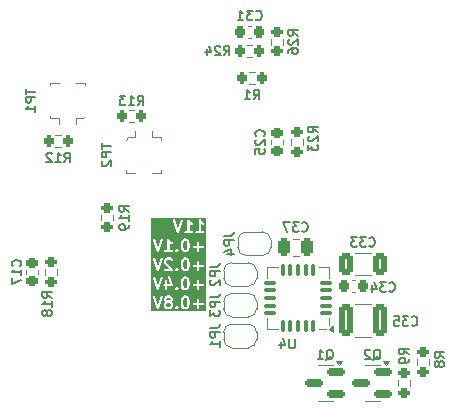
<source format=gbr>
%TF.GenerationSoftware,KiCad,Pcbnew,8.0.5*%
%TF.CreationDate,2024-12-28T23:28:42+01:00*%
%TF.ProjectId,BasePower,42617365-506f-4776-9572-2e6b69636164,rev?*%
%TF.SameCoordinates,Original*%
%TF.FileFunction,Legend,Bot*%
%TF.FilePolarity,Positive*%
%FSLAX46Y46*%
G04 Gerber Fmt 4.6, Leading zero omitted, Abs format (unit mm)*
G04 Created by KiCad (PCBNEW 8.0.5) date 2024-12-28 23:28:42*
%MOMM*%
%LPD*%
G01*
G04 APERTURE LIST*
G04 Aperture macros list*
%AMRoundRect*
0 Rectangle with rounded corners*
0 $1 Rounding radius*
0 $2 $3 $4 $5 $6 $7 $8 $9 X,Y pos of 4 corners*
0 Add a 4 corners polygon primitive as box body*
4,1,4,$2,$3,$4,$5,$6,$7,$8,$9,$2,$3,0*
0 Add four circle primitives for the rounded corners*
1,1,$1+$1,$2,$3*
1,1,$1+$1,$4,$5*
1,1,$1+$1,$6,$7*
1,1,$1+$1,$8,$9*
0 Add four rect primitives between the rounded corners*
20,1,$1+$1,$2,$3,$4,$5,0*
20,1,$1+$1,$4,$5,$6,$7,0*
20,1,$1+$1,$6,$7,$8,$9,0*
20,1,$1+$1,$8,$9,$2,$3,0*%
%AMFreePoly0*
4,1,19,0.000000,0.744911,0.071157,0.744911,0.207708,0.704816,0.327430,0.627875,0.420627,0.520320,0.479746,0.390866,0.500000,0.250000,0.500000,-0.250000,0.479746,-0.390866,0.420627,-0.520320,0.327430,-0.627875,0.207708,-0.704816,0.071157,-0.744911,0.000000,-0.744911,0.000000,-0.750000,-0.500000,-0.750000,-0.500000,0.750000,0.000000,0.750000,0.000000,0.744911,0.000000,0.744911,
$1*%
%AMFreePoly1*
4,1,19,0.500000,-0.750000,0.000000,-0.750000,0.000000,-0.744911,-0.071157,-0.744911,-0.207708,-0.704816,-0.327430,-0.627875,-0.420627,-0.520320,-0.479746,-0.390866,-0.500000,-0.250000,-0.500000,0.250000,-0.479746,0.390866,-0.420627,0.520320,-0.327430,0.627875,-0.207708,0.704816,-0.071157,0.744911,0.000000,0.744911,0.000000,0.750000,0.500000,0.750000,0.500000,-0.750000,0.500000,-0.750000,
$1*%
G04 Aperture macros list end*
%ADD10C,0.200000*%
%ADD11C,0.150000*%
%ADD12C,0.120000*%
%ADD13RoundRect,0.200000X-0.200000X-0.275000X0.200000X-0.275000X0.200000X0.275000X-0.200000X0.275000X0*%
%ADD14RoundRect,0.200000X-0.275000X0.200000X-0.275000X-0.200000X0.275000X-0.200000X0.275000X0.200000X0*%
%ADD15RoundRect,0.250000X-0.325000X-1.100000X0.325000X-1.100000X0.325000X1.100000X-0.325000X1.100000X0*%
%ADD16R,3.150000X3.150000*%
%ADD17RoundRect,0.087500X0.425000X-0.087500X0.425000X0.087500X-0.425000X0.087500X-0.425000X-0.087500X0*%
%ADD18RoundRect,0.087500X0.087500X-0.425000X0.087500X0.425000X-0.087500X0.425000X-0.087500X-0.425000X0*%
%ADD19RoundRect,0.150000X0.587500X0.150000X-0.587500X0.150000X-0.587500X-0.150000X0.587500X-0.150000X0*%
%ADD20FreePoly0,0.000000*%
%ADD21FreePoly1,0.000000*%
%ADD22RoundRect,0.250000X0.250000X0.475000X-0.250000X0.475000X-0.250000X-0.475000X0.250000X-0.475000X0*%
%ADD23R,1.600000X1.600000*%
%ADD24C,1.600000*%
%ADD25RoundRect,0.225000X-0.225000X-0.250000X0.225000X-0.250000X0.225000X0.250000X-0.225000X0.250000X0*%
%ADD26RoundRect,0.250000X-0.325000X-0.650000X0.325000X-0.650000X0.325000X0.650000X-0.325000X0.650000X0*%
%ADD27C,2.000000*%
%ADD28R,1.700000X1.700000*%
%ADD29O,1.700000X1.700000*%
%ADD30C,1.300000*%
%ADD31C,1.800000*%
%ADD32R,1.000000X1.000000*%
%ADD33R,1.050000X2.200000*%
%ADD34RoundRect,0.225000X-0.250000X0.225000X-0.250000X-0.225000X0.250000X-0.225000X0.250000X0.225000X0*%
%ADD35RoundRect,0.225000X0.225000X0.250000X-0.225000X0.250000X-0.225000X-0.250000X0.225000X-0.250000X0*%
%ADD36RoundRect,0.200000X0.275000X-0.200000X0.275000X0.200000X-0.275000X0.200000X-0.275000X-0.200000X0*%
G04 APERTURE END LIST*
D10*
G36*
X125456805Y-110825595D02*
G01*
X125481474Y-110850263D01*
X125511279Y-110909873D01*
X125511279Y-111053135D01*
X125481474Y-111112743D01*
X125456805Y-111137413D01*
X125397196Y-111167219D01*
X125253934Y-111167219D01*
X125194324Y-111137414D01*
X125169657Y-111112746D01*
X125139851Y-111053134D01*
X125139851Y-110909873D01*
X125169656Y-110850263D01*
X125194324Y-110825594D01*
X125253934Y-110795790D01*
X125397196Y-110795790D01*
X125456805Y-110825595D01*
G37*
G36*
X125456805Y-110397024D02*
G01*
X125481474Y-110421692D01*
X125511279Y-110481302D01*
X125511279Y-110481707D01*
X125481474Y-110541316D01*
X125456805Y-110565984D01*
X125397196Y-110595790D01*
X125253934Y-110595790D01*
X125194324Y-110565985D01*
X125169656Y-110541316D01*
X125139851Y-110481706D01*
X125139851Y-110481302D01*
X125169656Y-110421692D01*
X125194324Y-110397023D01*
X125253934Y-110367219D01*
X125397196Y-110367219D01*
X125456805Y-110397024D01*
G37*
G36*
X126837757Y-110397024D02*
G01*
X126862426Y-110421692D01*
X126897879Y-110492599D01*
X126939850Y-110660480D01*
X126939850Y-110873956D01*
X126897879Y-111041837D01*
X126862426Y-111112743D01*
X126837757Y-111137413D01*
X126778148Y-111167219D01*
X126730124Y-111167219D01*
X126670514Y-111137414D01*
X126645847Y-111112746D01*
X126610392Y-111041837D01*
X126568422Y-110873956D01*
X126568422Y-110660481D01*
X126610392Y-110492599D01*
X126645846Y-110421692D01*
X126670514Y-110397023D01*
X126730124Y-110367219D01*
X126778148Y-110367219D01*
X126837757Y-110397024D01*
G37*
G36*
X126837757Y-108787080D02*
G01*
X126862426Y-108811748D01*
X126897879Y-108882655D01*
X126939850Y-109050536D01*
X126939850Y-109264012D01*
X126897879Y-109431893D01*
X126862426Y-109502799D01*
X126837757Y-109527469D01*
X126778148Y-109557275D01*
X126730124Y-109557275D01*
X126670514Y-109527470D01*
X126645847Y-109502802D01*
X126610392Y-109431893D01*
X126568422Y-109264012D01*
X126568422Y-109050537D01*
X126610392Y-108882655D01*
X126645846Y-108811748D01*
X126670514Y-108787079D01*
X126730124Y-108757275D01*
X126778148Y-108757275D01*
X126837757Y-108787080D01*
G37*
G36*
X126837757Y-107177136D02*
G01*
X126862426Y-107201804D01*
X126897879Y-107272711D01*
X126939850Y-107440592D01*
X126939850Y-107654068D01*
X126897879Y-107821949D01*
X126862426Y-107892855D01*
X126837757Y-107917525D01*
X126778148Y-107947331D01*
X126730124Y-107947331D01*
X126670514Y-107917526D01*
X126645847Y-107892858D01*
X126610392Y-107821949D01*
X126568422Y-107654068D01*
X126568422Y-107440593D01*
X126610392Y-107272711D01*
X126645846Y-107201804D01*
X126670514Y-107177135D01*
X126730124Y-107147331D01*
X126778148Y-107147331D01*
X126837757Y-107177136D01*
G37*
G36*
X126837757Y-105567192D02*
G01*
X126862426Y-105591860D01*
X126897879Y-105662767D01*
X126939850Y-105830648D01*
X126939850Y-106044124D01*
X126897879Y-106212005D01*
X126862426Y-106282911D01*
X126837757Y-106307581D01*
X126778148Y-106337387D01*
X126730124Y-106337387D01*
X126670514Y-106307582D01*
X126645847Y-106282914D01*
X126610392Y-106212005D01*
X126568422Y-106044124D01*
X126568422Y-105830649D01*
X126610392Y-105662767D01*
X126645846Y-105591860D01*
X126670514Y-105567191D01*
X126730124Y-105537387D01*
X126778148Y-105537387D01*
X126837757Y-105567192D01*
G37*
G36*
X128488270Y-111478330D02*
G01*
X123877144Y-111478330D01*
X123877144Y-110279726D01*
X123988255Y-110279726D01*
X123992602Y-110298842D01*
X124325935Y-111298841D01*
X124333926Y-111316742D01*
X124338609Y-111322141D01*
X124341804Y-111328531D01*
X124351275Y-111336746D01*
X124359491Y-111346218D01*
X124365879Y-111349412D01*
X124371280Y-111354096D01*
X124383181Y-111358063D01*
X124394390Y-111363667D01*
X124401514Y-111364173D01*
X124408296Y-111366434D01*
X124420805Y-111365544D01*
X124433310Y-111366434D01*
X124440088Y-111364174D01*
X124447216Y-111363668D01*
X124458432Y-111358059D01*
X124470326Y-111354095D01*
X124475723Y-111349414D01*
X124482115Y-111346218D01*
X124490333Y-111336742D01*
X124499802Y-111328530D01*
X124502995Y-111322143D01*
X124507680Y-111316742D01*
X124515671Y-111298842D01*
X124796053Y-110457695D01*
X124939851Y-110457695D01*
X124939851Y-110505314D01*
X124941772Y-110524823D01*
X124943147Y-110528143D01*
X124943402Y-110531727D01*
X124950408Y-110550035D01*
X124998027Y-110645273D01*
X125003312Y-110653669D01*
X125004323Y-110656109D01*
X125006576Y-110658855D01*
X125008470Y-110661863D01*
X125010464Y-110663592D01*
X125016759Y-110671263D01*
X125041286Y-110695790D01*
X125016759Y-110720317D01*
X125010464Y-110727987D01*
X125008470Y-110729717D01*
X125006576Y-110732724D01*
X125004323Y-110735471D01*
X125003312Y-110737910D01*
X124998027Y-110746307D01*
X124950408Y-110841545D01*
X124943402Y-110859853D01*
X124943147Y-110863436D01*
X124941772Y-110866757D01*
X124939851Y-110886266D01*
X124939851Y-111076742D01*
X124941772Y-111096251D01*
X124943147Y-111099571D01*
X124943402Y-111103155D01*
X124950408Y-111121463D01*
X124998027Y-111216701D01*
X125003310Y-111225093D01*
X125004322Y-111227537D01*
X125006578Y-111230286D01*
X125008470Y-111233291D01*
X125010464Y-111235020D01*
X125016759Y-111242690D01*
X125064377Y-111290310D01*
X125072045Y-111296603D01*
X125073777Y-111298600D01*
X125076785Y-111300493D01*
X125079531Y-111302747D01*
X125081971Y-111303757D01*
X125090368Y-111309043D01*
X125185605Y-111356662D01*
X125203914Y-111363668D01*
X125207497Y-111363922D01*
X125210818Y-111365298D01*
X125230327Y-111367219D01*
X125420803Y-111367219D01*
X125440312Y-111365298D01*
X125443632Y-111363922D01*
X125447216Y-111363668D01*
X125465524Y-111356662D01*
X125560762Y-111309043D01*
X125569157Y-111303758D01*
X125571599Y-111302747D01*
X125574346Y-111300491D01*
X125577352Y-111298600D01*
X125579082Y-111296605D01*
X125586752Y-111290310D01*
X125634371Y-111242690D01*
X125640663Y-111235023D01*
X125642660Y-111233292D01*
X125644553Y-111230284D01*
X125646808Y-111227537D01*
X125647819Y-111225095D01*
X125653103Y-111216701D01*
X125661408Y-111200091D01*
X125894152Y-111200091D01*
X125894152Y-111239109D01*
X125900615Y-111254711D01*
X125909084Y-111275158D01*
X125909088Y-111275162D01*
X125921520Y-111290311D01*
X125969139Y-111337929D01*
X125984292Y-111350366D01*
X125993295Y-111354095D01*
X126020341Y-111365298D01*
X126059359Y-111365298D01*
X126095407Y-111350366D01*
X126110561Y-111337930D01*
X126158179Y-111290311D01*
X126170616Y-111275158D01*
X126177368Y-111258856D01*
X126185547Y-111239110D01*
X126185548Y-111200092D01*
X126170617Y-111164043D01*
X126158180Y-111148890D01*
X126110561Y-111101270D01*
X126095408Y-111088833D01*
X126080476Y-111082648D01*
X126059359Y-111073901D01*
X126020341Y-111073901D01*
X126009783Y-111078274D01*
X125984293Y-111088832D01*
X125984292Y-111088833D01*
X125969138Y-111101270D01*
X125921520Y-111148890D01*
X125909083Y-111164043D01*
X125899070Y-111188219D01*
X125894152Y-111200091D01*
X125661408Y-111200091D01*
X125700722Y-111121464D01*
X125707728Y-111103155D01*
X125707982Y-111099571D01*
X125709358Y-111096251D01*
X125711279Y-111076742D01*
X125711279Y-110886266D01*
X125709358Y-110866757D01*
X125707982Y-110863436D01*
X125707728Y-110859853D01*
X125700722Y-110841544D01*
X125653103Y-110746307D01*
X125647817Y-110737910D01*
X125646807Y-110735470D01*
X125644553Y-110732724D01*
X125642660Y-110729716D01*
X125640662Y-110727983D01*
X125634370Y-110720317D01*
X125609843Y-110695790D01*
X125634370Y-110671263D01*
X125640662Y-110663596D01*
X125642660Y-110661864D01*
X125644553Y-110658855D01*
X125646807Y-110656110D01*
X125647817Y-110653669D01*
X125651278Y-110648171D01*
X126368422Y-110648171D01*
X126368422Y-110886266D01*
X126368757Y-110889668D01*
X126368540Y-110891127D01*
X126369619Y-110898424D01*
X126370343Y-110905775D01*
X126370907Y-110907138D01*
X126371408Y-110910520D01*
X126419027Y-111100995D01*
X126419540Y-111102432D01*
X126419592Y-111103155D01*
X126422700Y-111111279D01*
X126425622Y-111119456D01*
X126426052Y-111120036D01*
X126426598Y-111121463D01*
X126474217Y-111216701D01*
X126479500Y-111225093D01*
X126480512Y-111227537D01*
X126482768Y-111230286D01*
X126484660Y-111233291D01*
X126486654Y-111235020D01*
X126492949Y-111242690D01*
X126540567Y-111290310D01*
X126548235Y-111296603D01*
X126549967Y-111298600D01*
X126552975Y-111300493D01*
X126555721Y-111302747D01*
X126558161Y-111303757D01*
X126566558Y-111309043D01*
X126661795Y-111356662D01*
X126680104Y-111363668D01*
X126683687Y-111363922D01*
X126687008Y-111365298D01*
X126706517Y-111367219D01*
X126801755Y-111367219D01*
X126821264Y-111365298D01*
X126824584Y-111363922D01*
X126828168Y-111363668D01*
X126846476Y-111356662D01*
X126941714Y-111309043D01*
X126950109Y-111303758D01*
X126952551Y-111302747D01*
X126955298Y-111300491D01*
X126958304Y-111298600D01*
X126960034Y-111296605D01*
X126967704Y-111290310D01*
X127015323Y-111242690D01*
X127021615Y-111235023D01*
X127023612Y-111233292D01*
X127025505Y-111230284D01*
X127027760Y-111227537D01*
X127028771Y-111225095D01*
X127034055Y-111216701D01*
X127081674Y-111121464D01*
X127082220Y-111120035D01*
X127082650Y-111119456D01*
X127085571Y-111111279D01*
X127088680Y-111103155D01*
X127088731Y-111102434D01*
X127089245Y-111100996D01*
X127136864Y-110910520D01*
X127137364Y-110907138D01*
X127137929Y-110905775D01*
X127138652Y-110898424D01*
X127139732Y-110891127D01*
X127139514Y-110889668D01*
X127139850Y-110886266D01*
X127139850Y-110866757D01*
X127370343Y-110866757D01*
X127370343Y-110905775D01*
X127385275Y-110941823D01*
X127412865Y-110969413D01*
X127448913Y-110984345D01*
X127468422Y-110986266D01*
X127749374Y-110986266D01*
X127749374Y-111267219D01*
X127751295Y-111286728D01*
X127766227Y-111322776D01*
X127793817Y-111350366D01*
X127829865Y-111365298D01*
X127868883Y-111365298D01*
X127904931Y-111350366D01*
X127932521Y-111322776D01*
X127947453Y-111286728D01*
X127949374Y-111267219D01*
X127949374Y-110986266D01*
X128230326Y-110986266D01*
X128249835Y-110984345D01*
X128285883Y-110969413D01*
X128313473Y-110941823D01*
X128328405Y-110905775D01*
X128328405Y-110866757D01*
X128313473Y-110830709D01*
X128285883Y-110803119D01*
X128249835Y-110788187D01*
X128230326Y-110786266D01*
X127949374Y-110786266D01*
X127949374Y-110505314D01*
X127947453Y-110485805D01*
X127932521Y-110449757D01*
X127904931Y-110422167D01*
X127868883Y-110407235D01*
X127829865Y-110407235D01*
X127793817Y-110422167D01*
X127766227Y-110449757D01*
X127751295Y-110485805D01*
X127749374Y-110505314D01*
X127749374Y-110786266D01*
X127468422Y-110786266D01*
X127448913Y-110788187D01*
X127412865Y-110803119D01*
X127385275Y-110830709D01*
X127370343Y-110866757D01*
X127139850Y-110866757D01*
X127139850Y-110648171D01*
X127139514Y-110644768D01*
X127139732Y-110643310D01*
X127138652Y-110636012D01*
X127137929Y-110628662D01*
X127137364Y-110627298D01*
X127136864Y-110623917D01*
X127089245Y-110433441D01*
X127088731Y-110432002D01*
X127088680Y-110431282D01*
X127085571Y-110423157D01*
X127082650Y-110414981D01*
X127082220Y-110414401D01*
X127081674Y-110412973D01*
X127034055Y-110317736D01*
X127028769Y-110309339D01*
X127027759Y-110306899D01*
X127025505Y-110304153D01*
X127023612Y-110301145D01*
X127021614Y-110299412D01*
X127015322Y-110291746D01*
X126967704Y-110244127D01*
X126960033Y-110237832D01*
X126958304Y-110235838D01*
X126955296Y-110233944D01*
X126952550Y-110231691D01*
X126950110Y-110230680D01*
X126941714Y-110225395D01*
X126846476Y-110177776D01*
X126828168Y-110170770D01*
X126824584Y-110170515D01*
X126821264Y-110169140D01*
X126801755Y-110167219D01*
X126706517Y-110167219D01*
X126687008Y-110169140D01*
X126683687Y-110170515D01*
X126680104Y-110170770D01*
X126661795Y-110177776D01*
X126566558Y-110225395D01*
X126558161Y-110230680D01*
X126555721Y-110231691D01*
X126552975Y-110233944D01*
X126549967Y-110235838D01*
X126548234Y-110237835D01*
X126540568Y-110244128D01*
X126492949Y-110291746D01*
X126486654Y-110299416D01*
X126484660Y-110301146D01*
X126482766Y-110304153D01*
X126480513Y-110306900D01*
X126479502Y-110309339D01*
X126474217Y-110317736D01*
X126426598Y-110412974D01*
X126426052Y-110414400D01*
X126425622Y-110414981D01*
X126422700Y-110423157D01*
X126419592Y-110431282D01*
X126419540Y-110432004D01*
X126419027Y-110433442D01*
X126371408Y-110623917D01*
X126370907Y-110627298D01*
X126370343Y-110628662D01*
X126369619Y-110636012D01*
X126368540Y-110643310D01*
X126368757Y-110644768D01*
X126368422Y-110648171D01*
X125651278Y-110648171D01*
X125653103Y-110645273D01*
X125700722Y-110550036D01*
X125707728Y-110531727D01*
X125707982Y-110528143D01*
X125709358Y-110524823D01*
X125711279Y-110505314D01*
X125711279Y-110457695D01*
X125709358Y-110438186D01*
X125707982Y-110434865D01*
X125707728Y-110431282D01*
X125700722Y-110412973D01*
X125653103Y-110317736D01*
X125647817Y-110309339D01*
X125646807Y-110306899D01*
X125644553Y-110304153D01*
X125642660Y-110301145D01*
X125640662Y-110299412D01*
X125634370Y-110291746D01*
X125586752Y-110244127D01*
X125579081Y-110237832D01*
X125577352Y-110235838D01*
X125574344Y-110233944D01*
X125571598Y-110231691D01*
X125569158Y-110230680D01*
X125560762Y-110225395D01*
X125465524Y-110177776D01*
X125447216Y-110170770D01*
X125443632Y-110170515D01*
X125440312Y-110169140D01*
X125420803Y-110167219D01*
X125230327Y-110167219D01*
X125210818Y-110169140D01*
X125207497Y-110170515D01*
X125203914Y-110170770D01*
X125185605Y-110177776D01*
X125090368Y-110225395D01*
X125081971Y-110230680D01*
X125079531Y-110231691D01*
X125076785Y-110233944D01*
X125073777Y-110235838D01*
X125072044Y-110237835D01*
X125064378Y-110244128D01*
X125016759Y-110291746D01*
X125010464Y-110299416D01*
X125008470Y-110301146D01*
X125006576Y-110304153D01*
X125004323Y-110306900D01*
X125003312Y-110309339D01*
X124998027Y-110317736D01*
X124950408Y-110412974D01*
X124943402Y-110431282D01*
X124943147Y-110434865D01*
X124941772Y-110438186D01*
X124939851Y-110457695D01*
X124796053Y-110457695D01*
X124849004Y-110298842D01*
X124853351Y-110279727D01*
X124850585Y-110240807D01*
X124833135Y-110205908D01*
X124803659Y-110180343D01*
X124766643Y-110168004D01*
X124727723Y-110170771D01*
X124692824Y-110188220D01*
X124667259Y-110217696D01*
X124659268Y-110235597D01*
X124420803Y-110950991D01*
X124182338Y-110235596D01*
X124174347Y-110217696D01*
X124148782Y-110188220D01*
X124113883Y-110170770D01*
X124074963Y-110168004D01*
X124037947Y-110180342D01*
X124008471Y-110205907D01*
X123991021Y-110240806D01*
X123988255Y-110279726D01*
X123877144Y-110279726D01*
X123877144Y-108669782D01*
X123988255Y-108669782D01*
X123992602Y-108688898D01*
X124325935Y-109688897D01*
X124333926Y-109706798D01*
X124338609Y-109712197D01*
X124341804Y-109718587D01*
X124351275Y-109726802D01*
X124359491Y-109736274D01*
X124365879Y-109739468D01*
X124371280Y-109744152D01*
X124383181Y-109748119D01*
X124394390Y-109753723D01*
X124401514Y-109754229D01*
X124408296Y-109756490D01*
X124420805Y-109755600D01*
X124433310Y-109756490D01*
X124440088Y-109754230D01*
X124447216Y-109753724D01*
X124458432Y-109748115D01*
X124470326Y-109744151D01*
X124475723Y-109739470D01*
X124482115Y-109736274D01*
X124490333Y-109726798D01*
X124499802Y-109718586D01*
X124502995Y-109712199D01*
X124507680Y-109706798D01*
X124515671Y-109688898D01*
X124643826Y-109304432D01*
X124894153Y-109304432D01*
X124894153Y-109343450D01*
X124909085Y-109379498D01*
X124936675Y-109407088D01*
X124972723Y-109422020D01*
X124992232Y-109423941D01*
X125035089Y-109423941D01*
X125035089Y-109657275D01*
X125037010Y-109676784D01*
X125051942Y-109712832D01*
X125079532Y-109740422D01*
X125115580Y-109755354D01*
X125154598Y-109755354D01*
X125190646Y-109740422D01*
X125218236Y-109712832D01*
X125233168Y-109676784D01*
X125235089Y-109657275D01*
X125235089Y-109590147D01*
X125894152Y-109590147D01*
X125894152Y-109629165D01*
X125900615Y-109644767D01*
X125909084Y-109665214D01*
X125909088Y-109665218D01*
X125921520Y-109680367D01*
X125969139Y-109727985D01*
X125984292Y-109740422D01*
X125993295Y-109744151D01*
X126020341Y-109755354D01*
X126059359Y-109755354D01*
X126095407Y-109740422D01*
X126110561Y-109727986D01*
X126158179Y-109680367D01*
X126170616Y-109665214D01*
X126177368Y-109648912D01*
X126185547Y-109629166D01*
X126185548Y-109590148D01*
X126170617Y-109554099D01*
X126158180Y-109538946D01*
X126110561Y-109491326D01*
X126095408Y-109478889D01*
X126080476Y-109472704D01*
X126059359Y-109463957D01*
X126020341Y-109463957D01*
X126009783Y-109468330D01*
X125984293Y-109478888D01*
X125984292Y-109478889D01*
X125969138Y-109491326D01*
X125921520Y-109538946D01*
X125909083Y-109554099D01*
X125899070Y-109578275D01*
X125894152Y-109590147D01*
X125235089Y-109590147D01*
X125235089Y-109423941D01*
X125611279Y-109423941D01*
X125621152Y-109422968D01*
X125623786Y-109423156D01*
X125625687Y-109422522D01*
X125630788Y-109422020D01*
X125645600Y-109415884D01*
X125660802Y-109410817D01*
X125663515Y-109408463D01*
X125666836Y-109407088D01*
X125678174Y-109395749D01*
X125690278Y-109385252D01*
X125691884Y-109382039D01*
X125694426Y-109379498D01*
X125700562Y-109364683D01*
X125707728Y-109350353D01*
X125707982Y-109346770D01*
X125709358Y-109343450D01*
X125709358Y-109327417D01*
X125710494Y-109311433D01*
X125709358Y-109306437D01*
X125709358Y-109304432D01*
X125708346Y-109301990D01*
X125706147Y-109292318D01*
X125621450Y-109038227D01*
X126368422Y-109038227D01*
X126368422Y-109276322D01*
X126368757Y-109279724D01*
X126368540Y-109281183D01*
X126369619Y-109288480D01*
X126370343Y-109295831D01*
X126370907Y-109297194D01*
X126371408Y-109300576D01*
X126419027Y-109491051D01*
X126419540Y-109492488D01*
X126419592Y-109493211D01*
X126422700Y-109501335D01*
X126425622Y-109509512D01*
X126426052Y-109510092D01*
X126426598Y-109511519D01*
X126474217Y-109606757D01*
X126479500Y-109615149D01*
X126480512Y-109617593D01*
X126482768Y-109620342D01*
X126484660Y-109623347D01*
X126486654Y-109625076D01*
X126492949Y-109632746D01*
X126540567Y-109680366D01*
X126548235Y-109686659D01*
X126549967Y-109688656D01*
X126552975Y-109690549D01*
X126555721Y-109692803D01*
X126558161Y-109693813D01*
X126566558Y-109699099D01*
X126661795Y-109746718D01*
X126680104Y-109753724D01*
X126683687Y-109753978D01*
X126687008Y-109755354D01*
X126706517Y-109757275D01*
X126801755Y-109757275D01*
X126821264Y-109755354D01*
X126824584Y-109753978D01*
X126828168Y-109753724D01*
X126846476Y-109746718D01*
X126941714Y-109699099D01*
X126950109Y-109693814D01*
X126952551Y-109692803D01*
X126955298Y-109690547D01*
X126958304Y-109688656D01*
X126960034Y-109686661D01*
X126967704Y-109680366D01*
X127015323Y-109632746D01*
X127021615Y-109625079D01*
X127023612Y-109623348D01*
X127025505Y-109620340D01*
X127027760Y-109617593D01*
X127028771Y-109615151D01*
X127034055Y-109606757D01*
X127081674Y-109511520D01*
X127082220Y-109510091D01*
X127082650Y-109509512D01*
X127085571Y-109501335D01*
X127088680Y-109493211D01*
X127088731Y-109492490D01*
X127089245Y-109491052D01*
X127136864Y-109300576D01*
X127137364Y-109297194D01*
X127137929Y-109295831D01*
X127138652Y-109288480D01*
X127139732Y-109281183D01*
X127139514Y-109279724D01*
X127139850Y-109276322D01*
X127139850Y-109256813D01*
X127370343Y-109256813D01*
X127370343Y-109295831D01*
X127385275Y-109331879D01*
X127412865Y-109359469D01*
X127448913Y-109374401D01*
X127468422Y-109376322D01*
X127749374Y-109376322D01*
X127749374Y-109657275D01*
X127751295Y-109676784D01*
X127766227Y-109712832D01*
X127793817Y-109740422D01*
X127829865Y-109755354D01*
X127868883Y-109755354D01*
X127904931Y-109740422D01*
X127932521Y-109712832D01*
X127947453Y-109676784D01*
X127949374Y-109657275D01*
X127949374Y-109376322D01*
X128230326Y-109376322D01*
X128249835Y-109374401D01*
X128285883Y-109359469D01*
X128313473Y-109331879D01*
X128328405Y-109295831D01*
X128328405Y-109256813D01*
X128313473Y-109220765D01*
X128285883Y-109193175D01*
X128249835Y-109178243D01*
X128230326Y-109176322D01*
X127949374Y-109176322D01*
X127949374Y-108895370D01*
X127947453Y-108875861D01*
X127932521Y-108839813D01*
X127904931Y-108812223D01*
X127868883Y-108797291D01*
X127829865Y-108797291D01*
X127793817Y-108812223D01*
X127766227Y-108839813D01*
X127751295Y-108875861D01*
X127749374Y-108895370D01*
X127749374Y-109176322D01*
X127468422Y-109176322D01*
X127448913Y-109178243D01*
X127412865Y-109193175D01*
X127385275Y-109220765D01*
X127370343Y-109256813D01*
X127139850Y-109256813D01*
X127139850Y-109038227D01*
X127139514Y-109034824D01*
X127139732Y-109033366D01*
X127138652Y-109026068D01*
X127137929Y-109018718D01*
X127137364Y-109017354D01*
X127136864Y-109013973D01*
X127089245Y-108823497D01*
X127088731Y-108822058D01*
X127088680Y-108821338D01*
X127085571Y-108813213D01*
X127082650Y-108805037D01*
X127082220Y-108804457D01*
X127081674Y-108803029D01*
X127034055Y-108707792D01*
X127028769Y-108699395D01*
X127027759Y-108696955D01*
X127025505Y-108694209D01*
X127023612Y-108691201D01*
X127021614Y-108689468D01*
X127015322Y-108681802D01*
X126967704Y-108634183D01*
X126960033Y-108627888D01*
X126958304Y-108625894D01*
X126955296Y-108624000D01*
X126952550Y-108621747D01*
X126950110Y-108620736D01*
X126941714Y-108615451D01*
X126846476Y-108567832D01*
X126828168Y-108560826D01*
X126824584Y-108560571D01*
X126821264Y-108559196D01*
X126801755Y-108557275D01*
X126706517Y-108557275D01*
X126687008Y-108559196D01*
X126683687Y-108560571D01*
X126680104Y-108560826D01*
X126661795Y-108567832D01*
X126566558Y-108615451D01*
X126558161Y-108620736D01*
X126555721Y-108621747D01*
X126552975Y-108624000D01*
X126549967Y-108625894D01*
X126548234Y-108627891D01*
X126540568Y-108634184D01*
X126492949Y-108681802D01*
X126486654Y-108689472D01*
X126484660Y-108691202D01*
X126482766Y-108694209D01*
X126480513Y-108696956D01*
X126479502Y-108699395D01*
X126474217Y-108707792D01*
X126426598Y-108803030D01*
X126426052Y-108804456D01*
X126425622Y-108805037D01*
X126422700Y-108813213D01*
X126419592Y-108821338D01*
X126419540Y-108822060D01*
X126419027Y-108823498D01*
X126371408Y-109013973D01*
X126370907Y-109017354D01*
X126370343Y-109018718D01*
X126369619Y-109026068D01*
X126368540Y-109033366D01*
X126368757Y-109034824D01*
X126368422Y-109038227D01*
X125621450Y-109038227D01*
X125468052Y-108578033D01*
X125460061Y-108560133D01*
X125434496Y-108530657D01*
X125399597Y-108513207D01*
X125360677Y-108510441D01*
X125323661Y-108522779D01*
X125294185Y-108548344D01*
X125276735Y-108583243D01*
X125273969Y-108622163D01*
X125278316Y-108641279D01*
X125472537Y-109223941D01*
X125235089Y-109223941D01*
X125235089Y-108990608D01*
X125233168Y-108971099D01*
X125218236Y-108935051D01*
X125190646Y-108907461D01*
X125154598Y-108892529D01*
X125115580Y-108892529D01*
X125079532Y-108907461D01*
X125051942Y-108935051D01*
X125037010Y-108971099D01*
X125035089Y-108990608D01*
X125035089Y-109223941D01*
X124992232Y-109223941D01*
X124972723Y-109225862D01*
X124936675Y-109240794D01*
X124909085Y-109268384D01*
X124894153Y-109304432D01*
X124643826Y-109304432D01*
X124849004Y-108688898D01*
X124853351Y-108669783D01*
X124850585Y-108630863D01*
X124833135Y-108595964D01*
X124803659Y-108570399D01*
X124766643Y-108558060D01*
X124727723Y-108560827D01*
X124692824Y-108578276D01*
X124667259Y-108607752D01*
X124659268Y-108625653D01*
X124420803Y-109341047D01*
X124182338Y-108625652D01*
X124174347Y-108607752D01*
X124148782Y-108578276D01*
X124113883Y-108560826D01*
X124074963Y-108558060D01*
X124037947Y-108570398D01*
X124008471Y-108595963D01*
X123991021Y-108630862D01*
X123988255Y-108669782D01*
X123877144Y-108669782D01*
X123877144Y-107059838D01*
X123988255Y-107059838D01*
X123992602Y-107078954D01*
X124325935Y-108078953D01*
X124333926Y-108096854D01*
X124338609Y-108102253D01*
X124341804Y-108108643D01*
X124351275Y-108116858D01*
X124359491Y-108126330D01*
X124365879Y-108129524D01*
X124371280Y-108134208D01*
X124383181Y-108138175D01*
X124394390Y-108143779D01*
X124401514Y-108144285D01*
X124408296Y-108146546D01*
X124420805Y-108145656D01*
X124433310Y-108146546D01*
X124440088Y-108144286D01*
X124447216Y-108143780D01*
X124458432Y-108138171D01*
X124470326Y-108134207D01*
X124475723Y-108129526D01*
X124482115Y-108126330D01*
X124490333Y-108116854D01*
X124499802Y-108108642D01*
X124502995Y-108102255D01*
X124507680Y-108096854D01*
X124515671Y-108078954D01*
X124796053Y-107237807D01*
X124939851Y-107237807D01*
X124939851Y-107333045D01*
X124940823Y-107342918D01*
X124940636Y-107345552D01*
X124941423Y-107349015D01*
X124941772Y-107352554D01*
X124942783Y-107354996D01*
X124944983Y-107364668D01*
X124992602Y-107507524D01*
X125000593Y-107525425D01*
X125002948Y-107528140D01*
X125004323Y-107531459D01*
X125016759Y-107546613D01*
X125417476Y-107947331D01*
X125039851Y-107947331D01*
X125020342Y-107949252D01*
X124984294Y-107964184D01*
X124956704Y-107991774D01*
X124941772Y-108027822D01*
X124941772Y-108066840D01*
X124956704Y-108102888D01*
X124984294Y-108130478D01*
X125020342Y-108145410D01*
X125039851Y-108147331D01*
X125658898Y-108147331D01*
X125678407Y-108145410D01*
X125714455Y-108130478D01*
X125742045Y-108102888D01*
X125756977Y-108066840D01*
X125756977Y-108027822D01*
X125742045Y-107991774D01*
X125742044Y-107991773D01*
X125732549Y-107980203D01*
X125894152Y-107980203D01*
X125894152Y-108019221D01*
X125900615Y-108034823D01*
X125909084Y-108055270D01*
X125909088Y-108055274D01*
X125921520Y-108070423D01*
X125969139Y-108118041D01*
X125984292Y-108130478D01*
X125993295Y-108134207D01*
X126020341Y-108145410D01*
X126059359Y-108145410D01*
X126095407Y-108130478D01*
X126110561Y-108118042D01*
X126158179Y-108070423D01*
X126170616Y-108055270D01*
X126177368Y-108038968D01*
X126185547Y-108019222D01*
X126185548Y-107980204D01*
X126170617Y-107944155D01*
X126158180Y-107929002D01*
X126110561Y-107881382D01*
X126095408Y-107868945D01*
X126080476Y-107862760D01*
X126059359Y-107854013D01*
X126020341Y-107854013D01*
X126009783Y-107858386D01*
X125984293Y-107868944D01*
X125984292Y-107868945D01*
X125969138Y-107881382D01*
X125921520Y-107929002D01*
X125909083Y-107944155D01*
X125899070Y-107968331D01*
X125894152Y-107980203D01*
X125732549Y-107980203D01*
X125729609Y-107976620D01*
X125181273Y-107428283D01*
X126368422Y-107428283D01*
X126368422Y-107666378D01*
X126368757Y-107669780D01*
X126368540Y-107671239D01*
X126369619Y-107678536D01*
X126370343Y-107685887D01*
X126370907Y-107687250D01*
X126371408Y-107690632D01*
X126419027Y-107881107D01*
X126419540Y-107882544D01*
X126419592Y-107883267D01*
X126422700Y-107891391D01*
X126425622Y-107899568D01*
X126426052Y-107900148D01*
X126426598Y-107901575D01*
X126474217Y-107996813D01*
X126479500Y-108005205D01*
X126480512Y-108007649D01*
X126482768Y-108010398D01*
X126484660Y-108013403D01*
X126486654Y-108015132D01*
X126492949Y-108022802D01*
X126540567Y-108070422D01*
X126548235Y-108076715D01*
X126549967Y-108078712D01*
X126552975Y-108080605D01*
X126555721Y-108082859D01*
X126558161Y-108083869D01*
X126566558Y-108089155D01*
X126661795Y-108136774D01*
X126680104Y-108143780D01*
X126683687Y-108144034D01*
X126687008Y-108145410D01*
X126706517Y-108147331D01*
X126801755Y-108147331D01*
X126821264Y-108145410D01*
X126824584Y-108144034D01*
X126828168Y-108143780D01*
X126846476Y-108136774D01*
X126941714Y-108089155D01*
X126950109Y-108083870D01*
X126952551Y-108082859D01*
X126955298Y-108080603D01*
X126958304Y-108078712D01*
X126960034Y-108076717D01*
X126967704Y-108070422D01*
X127015323Y-108022802D01*
X127021615Y-108015135D01*
X127023612Y-108013404D01*
X127025505Y-108010396D01*
X127027760Y-108007649D01*
X127028771Y-108005207D01*
X127034055Y-107996813D01*
X127081674Y-107901576D01*
X127082220Y-107900147D01*
X127082650Y-107899568D01*
X127085571Y-107891391D01*
X127088680Y-107883267D01*
X127088731Y-107882546D01*
X127089245Y-107881108D01*
X127136864Y-107690632D01*
X127137364Y-107687250D01*
X127137929Y-107685887D01*
X127138652Y-107678536D01*
X127139732Y-107671239D01*
X127139514Y-107669780D01*
X127139850Y-107666378D01*
X127139850Y-107646869D01*
X127370343Y-107646869D01*
X127370343Y-107685887D01*
X127385275Y-107721935D01*
X127412865Y-107749525D01*
X127448913Y-107764457D01*
X127468422Y-107766378D01*
X127749374Y-107766378D01*
X127749374Y-108047331D01*
X127751295Y-108066840D01*
X127766227Y-108102888D01*
X127793817Y-108130478D01*
X127829865Y-108145410D01*
X127868883Y-108145410D01*
X127904931Y-108130478D01*
X127932521Y-108102888D01*
X127947453Y-108066840D01*
X127949374Y-108047331D01*
X127949374Y-107766378D01*
X128230326Y-107766378D01*
X128249835Y-107764457D01*
X128285883Y-107749525D01*
X128313473Y-107721935D01*
X128328405Y-107685887D01*
X128328405Y-107646869D01*
X128313473Y-107610821D01*
X128285883Y-107583231D01*
X128249835Y-107568299D01*
X128230326Y-107566378D01*
X127949374Y-107566378D01*
X127949374Y-107285426D01*
X127947453Y-107265917D01*
X127932521Y-107229869D01*
X127904931Y-107202279D01*
X127868883Y-107187347D01*
X127829865Y-107187347D01*
X127793817Y-107202279D01*
X127766227Y-107229869D01*
X127751295Y-107265917D01*
X127749374Y-107285426D01*
X127749374Y-107566378D01*
X127468422Y-107566378D01*
X127448913Y-107568299D01*
X127412865Y-107583231D01*
X127385275Y-107610821D01*
X127370343Y-107646869D01*
X127139850Y-107646869D01*
X127139850Y-107428283D01*
X127139514Y-107424880D01*
X127139732Y-107423422D01*
X127138652Y-107416124D01*
X127137929Y-107408774D01*
X127137364Y-107407410D01*
X127136864Y-107404029D01*
X127089245Y-107213553D01*
X127088731Y-107212114D01*
X127088680Y-107211394D01*
X127085571Y-107203269D01*
X127082650Y-107195093D01*
X127082220Y-107194513D01*
X127081674Y-107193085D01*
X127034055Y-107097848D01*
X127028769Y-107089451D01*
X127027759Y-107087011D01*
X127025505Y-107084265D01*
X127023612Y-107081257D01*
X127021614Y-107079524D01*
X127015322Y-107071858D01*
X126967704Y-107024239D01*
X126960033Y-107017944D01*
X126958304Y-107015950D01*
X126955296Y-107014056D01*
X126952550Y-107011803D01*
X126950110Y-107010792D01*
X126941714Y-107005507D01*
X126846476Y-106957888D01*
X126828168Y-106950882D01*
X126824584Y-106950627D01*
X126821264Y-106949252D01*
X126801755Y-106947331D01*
X126706517Y-106947331D01*
X126687008Y-106949252D01*
X126683687Y-106950627D01*
X126680104Y-106950882D01*
X126661795Y-106957888D01*
X126566558Y-107005507D01*
X126558161Y-107010792D01*
X126555721Y-107011803D01*
X126552975Y-107014056D01*
X126549967Y-107015950D01*
X126548234Y-107017947D01*
X126540568Y-107024240D01*
X126492949Y-107071858D01*
X126486654Y-107079528D01*
X126484660Y-107081258D01*
X126482766Y-107084265D01*
X126480513Y-107087012D01*
X126479502Y-107089451D01*
X126474217Y-107097848D01*
X126426598Y-107193086D01*
X126426052Y-107194512D01*
X126425622Y-107195093D01*
X126422700Y-107203269D01*
X126419592Y-107211394D01*
X126419540Y-107212116D01*
X126419027Y-107213554D01*
X126371408Y-107404029D01*
X126370907Y-107407410D01*
X126370343Y-107408774D01*
X126369619Y-107416124D01*
X126368540Y-107423422D01*
X126368757Y-107424880D01*
X126368422Y-107428283D01*
X125181273Y-107428283D01*
X125174872Y-107421882D01*
X125139851Y-107316818D01*
X125139851Y-107261414D01*
X125169656Y-107201804D01*
X125194324Y-107177135D01*
X125253934Y-107147331D01*
X125444815Y-107147331D01*
X125504424Y-107177136D01*
X125540568Y-107213279D01*
X125555721Y-107225716D01*
X125591770Y-107240647D01*
X125630788Y-107240647D01*
X125666836Y-107225716D01*
X125694426Y-107198126D01*
X125709357Y-107162078D01*
X125709357Y-107123060D01*
X125694426Y-107087011D01*
X125681989Y-107071858D01*
X125634371Y-107024239D01*
X125626700Y-107017944D01*
X125624971Y-107015950D01*
X125621963Y-107014056D01*
X125619217Y-107011803D01*
X125616777Y-107010792D01*
X125608381Y-107005507D01*
X125513143Y-106957888D01*
X125494835Y-106950882D01*
X125491251Y-106950627D01*
X125487931Y-106949252D01*
X125468422Y-106947331D01*
X125230327Y-106947331D01*
X125210818Y-106949252D01*
X125207497Y-106950627D01*
X125203914Y-106950882D01*
X125185605Y-106957888D01*
X125090368Y-107005507D01*
X125081971Y-107010792D01*
X125079531Y-107011803D01*
X125076785Y-107014056D01*
X125073777Y-107015950D01*
X125072044Y-107017947D01*
X125064378Y-107024240D01*
X125016759Y-107071858D01*
X125010464Y-107079528D01*
X125008470Y-107081258D01*
X125006576Y-107084265D01*
X125004323Y-107087012D01*
X125003312Y-107089451D01*
X124998027Y-107097848D01*
X124950408Y-107193086D01*
X124943402Y-107211394D01*
X124943147Y-107214977D01*
X124941772Y-107218298D01*
X124939851Y-107237807D01*
X124796053Y-107237807D01*
X124849004Y-107078954D01*
X124853351Y-107059839D01*
X124850585Y-107020919D01*
X124833135Y-106986020D01*
X124803659Y-106960455D01*
X124766643Y-106948116D01*
X124727723Y-106950883D01*
X124692824Y-106968332D01*
X124667259Y-106997808D01*
X124659268Y-107015709D01*
X124420803Y-107731103D01*
X124182338Y-107015708D01*
X124174347Y-106997808D01*
X124148782Y-106968332D01*
X124113883Y-106950882D01*
X124074963Y-106948116D01*
X124037947Y-106960454D01*
X124008471Y-106986019D01*
X123991021Y-107020918D01*
X123988255Y-107059838D01*
X123877144Y-107059838D01*
X123877144Y-105449894D01*
X123988255Y-105449894D01*
X123992602Y-105469010D01*
X124325935Y-106469009D01*
X124333926Y-106486910D01*
X124338609Y-106492309D01*
X124341804Y-106498699D01*
X124351275Y-106506914D01*
X124359491Y-106516386D01*
X124365879Y-106519580D01*
X124371280Y-106524264D01*
X124383181Y-106528231D01*
X124394390Y-106533835D01*
X124401514Y-106534341D01*
X124408296Y-106536602D01*
X124420805Y-106535712D01*
X124433310Y-106536602D01*
X124440088Y-106534342D01*
X124447216Y-106533836D01*
X124458432Y-106528227D01*
X124470326Y-106524263D01*
X124475723Y-106519582D01*
X124482115Y-106516386D01*
X124490333Y-106506910D01*
X124499802Y-106498698D01*
X124502995Y-106492311D01*
X124507680Y-106486910D01*
X124515671Y-106469010D01*
X124532715Y-106417878D01*
X124941772Y-106417878D01*
X124941772Y-106456896D01*
X124956704Y-106492944D01*
X124984294Y-106520534D01*
X125020342Y-106535466D01*
X125039851Y-106537387D01*
X125611279Y-106537387D01*
X125630788Y-106535466D01*
X125666836Y-106520534D01*
X125694426Y-106492944D01*
X125709358Y-106456896D01*
X125709358Y-106417878D01*
X125694426Y-106381830D01*
X125682855Y-106370259D01*
X125894152Y-106370259D01*
X125894152Y-106409277D01*
X125900615Y-106424879D01*
X125909084Y-106445326D01*
X125909088Y-106445330D01*
X125921520Y-106460479D01*
X125969139Y-106508097D01*
X125984292Y-106520534D01*
X125993295Y-106524263D01*
X126020341Y-106535466D01*
X126059359Y-106535466D01*
X126095407Y-106520534D01*
X126110561Y-106508098D01*
X126158179Y-106460479D01*
X126170616Y-106445326D01*
X126177368Y-106429024D01*
X126185547Y-106409278D01*
X126185548Y-106370260D01*
X126170617Y-106334211D01*
X126158180Y-106319058D01*
X126110561Y-106271438D01*
X126095408Y-106259001D01*
X126080476Y-106252816D01*
X126059359Y-106244069D01*
X126020341Y-106244069D01*
X126009783Y-106248442D01*
X125984293Y-106259000D01*
X125984292Y-106259001D01*
X125969138Y-106271438D01*
X125921520Y-106319058D01*
X125909083Y-106334211D01*
X125899070Y-106358387D01*
X125894152Y-106370259D01*
X125682855Y-106370259D01*
X125666836Y-106354240D01*
X125630788Y-106339308D01*
X125611279Y-106337387D01*
X125425565Y-106337387D01*
X125425565Y-105726428D01*
X125445330Y-105746193D01*
X125452996Y-105752484D01*
X125454729Y-105754482D01*
X125457740Y-105756377D01*
X125460484Y-105758629D01*
X125462921Y-105759638D01*
X125471320Y-105764925D01*
X125566557Y-105812544D01*
X125584866Y-105819550D01*
X125623786Y-105822316D01*
X125635717Y-105818339D01*
X126368422Y-105818339D01*
X126368422Y-106056434D01*
X126368757Y-106059836D01*
X126368540Y-106061295D01*
X126369619Y-106068592D01*
X126370343Y-106075943D01*
X126370907Y-106077306D01*
X126371408Y-106080688D01*
X126419027Y-106271163D01*
X126419540Y-106272600D01*
X126419592Y-106273323D01*
X126422700Y-106281447D01*
X126425622Y-106289624D01*
X126426052Y-106290204D01*
X126426598Y-106291631D01*
X126474217Y-106386869D01*
X126479500Y-106395261D01*
X126480512Y-106397705D01*
X126482768Y-106400454D01*
X126484660Y-106403459D01*
X126486654Y-106405188D01*
X126492949Y-106412858D01*
X126540567Y-106460478D01*
X126548235Y-106466771D01*
X126549967Y-106468768D01*
X126552975Y-106470661D01*
X126555721Y-106472915D01*
X126558161Y-106473925D01*
X126566558Y-106479211D01*
X126661795Y-106526830D01*
X126680104Y-106533836D01*
X126683687Y-106534090D01*
X126687008Y-106535466D01*
X126706517Y-106537387D01*
X126801755Y-106537387D01*
X126821264Y-106535466D01*
X126824584Y-106534090D01*
X126828168Y-106533836D01*
X126846476Y-106526830D01*
X126941714Y-106479211D01*
X126950109Y-106473926D01*
X126952551Y-106472915D01*
X126955298Y-106470659D01*
X126958304Y-106468768D01*
X126960034Y-106466773D01*
X126967704Y-106460478D01*
X127015323Y-106412858D01*
X127021615Y-106405191D01*
X127023612Y-106403460D01*
X127025505Y-106400452D01*
X127027760Y-106397705D01*
X127028771Y-106395263D01*
X127034055Y-106386869D01*
X127081674Y-106291632D01*
X127082220Y-106290203D01*
X127082650Y-106289624D01*
X127085571Y-106281447D01*
X127088680Y-106273323D01*
X127088731Y-106272602D01*
X127089245Y-106271164D01*
X127136864Y-106080688D01*
X127137364Y-106077306D01*
X127137929Y-106075943D01*
X127138652Y-106068592D01*
X127139732Y-106061295D01*
X127139514Y-106059836D01*
X127139850Y-106056434D01*
X127139850Y-106036925D01*
X127370343Y-106036925D01*
X127370343Y-106075943D01*
X127385275Y-106111991D01*
X127412865Y-106139581D01*
X127448913Y-106154513D01*
X127468422Y-106156434D01*
X127749374Y-106156434D01*
X127749374Y-106437387D01*
X127751295Y-106456896D01*
X127766227Y-106492944D01*
X127793817Y-106520534D01*
X127829865Y-106535466D01*
X127868883Y-106535466D01*
X127904931Y-106520534D01*
X127932521Y-106492944D01*
X127947453Y-106456896D01*
X127949374Y-106437387D01*
X127949374Y-106156434D01*
X128230326Y-106156434D01*
X128249835Y-106154513D01*
X128285883Y-106139581D01*
X128313473Y-106111991D01*
X128328405Y-106075943D01*
X128328405Y-106036925D01*
X128313473Y-106000877D01*
X128285883Y-105973287D01*
X128249835Y-105958355D01*
X128230326Y-105956434D01*
X127949374Y-105956434D01*
X127949374Y-105675482D01*
X127947453Y-105655973D01*
X127932521Y-105619925D01*
X127904931Y-105592335D01*
X127868883Y-105577403D01*
X127829865Y-105577403D01*
X127793817Y-105592335D01*
X127766227Y-105619925D01*
X127751295Y-105655973D01*
X127749374Y-105675482D01*
X127749374Y-105956434D01*
X127468422Y-105956434D01*
X127448913Y-105958355D01*
X127412865Y-105973287D01*
X127385275Y-106000877D01*
X127370343Y-106036925D01*
X127139850Y-106036925D01*
X127139850Y-105818339D01*
X127139514Y-105814936D01*
X127139732Y-105813478D01*
X127138652Y-105806180D01*
X127137929Y-105798830D01*
X127137364Y-105797466D01*
X127136864Y-105794085D01*
X127089245Y-105603609D01*
X127088731Y-105602170D01*
X127088680Y-105601450D01*
X127085571Y-105593325D01*
X127082650Y-105585149D01*
X127082220Y-105584569D01*
X127081674Y-105583141D01*
X127034055Y-105487904D01*
X127028769Y-105479507D01*
X127027759Y-105477067D01*
X127025505Y-105474321D01*
X127023612Y-105471313D01*
X127021614Y-105469580D01*
X127015322Y-105461914D01*
X126967704Y-105414295D01*
X126960033Y-105408000D01*
X126958304Y-105406006D01*
X126955296Y-105404112D01*
X126952550Y-105401859D01*
X126950110Y-105400848D01*
X126941714Y-105395563D01*
X126846476Y-105347944D01*
X126828168Y-105340938D01*
X126824584Y-105340683D01*
X126821264Y-105339308D01*
X126801755Y-105337387D01*
X126706517Y-105337387D01*
X126687008Y-105339308D01*
X126683687Y-105340683D01*
X126680104Y-105340938D01*
X126661795Y-105347944D01*
X126566558Y-105395563D01*
X126558161Y-105400848D01*
X126555721Y-105401859D01*
X126552975Y-105404112D01*
X126549967Y-105406006D01*
X126548234Y-105408003D01*
X126540568Y-105414296D01*
X126492949Y-105461914D01*
X126486654Y-105469584D01*
X126484660Y-105471314D01*
X126482766Y-105474321D01*
X126480513Y-105477068D01*
X126479502Y-105479507D01*
X126474217Y-105487904D01*
X126426598Y-105583142D01*
X126426052Y-105584568D01*
X126425622Y-105585149D01*
X126422700Y-105593325D01*
X126419592Y-105601450D01*
X126419540Y-105602172D01*
X126419027Y-105603610D01*
X126371408Y-105794085D01*
X126370907Y-105797466D01*
X126370343Y-105798830D01*
X126369619Y-105806180D01*
X126368540Y-105813478D01*
X126368757Y-105814936D01*
X126368422Y-105818339D01*
X125635717Y-105818339D01*
X125660802Y-105809977D01*
X125690279Y-105784412D01*
X125707728Y-105749514D01*
X125710493Y-105710594D01*
X125698155Y-105673578D01*
X125672590Y-105644101D01*
X125656000Y-105633658D01*
X125575278Y-105593297D01*
X125498514Y-105516533D01*
X125408770Y-105381917D01*
X125408725Y-105381862D01*
X125408712Y-105381830D01*
X125408638Y-105381756D01*
X125396350Y-105366750D01*
X125388121Y-105361239D01*
X125381122Y-105354240D01*
X125372070Y-105350490D01*
X125363930Y-105345039D01*
X125354222Y-105343097D01*
X125345074Y-105339308D01*
X125335275Y-105339308D01*
X125325670Y-105337387D01*
X125315959Y-105339308D01*
X125306056Y-105339308D01*
X125297003Y-105343057D01*
X125287393Y-105344959D01*
X125279154Y-105350451D01*
X125270008Y-105354240D01*
X125263081Y-105361166D01*
X125254928Y-105366602D01*
X125249417Y-105374830D01*
X125242418Y-105381830D01*
X125238668Y-105390881D01*
X125233217Y-105399022D01*
X125231275Y-105408729D01*
X125227486Y-105417878D01*
X125225585Y-105437180D01*
X125225565Y-105437282D01*
X125225571Y-105437316D01*
X125225565Y-105437387D01*
X125225565Y-106337387D01*
X125039851Y-106337387D01*
X125020342Y-106339308D01*
X124984294Y-106354240D01*
X124956704Y-106381830D01*
X124941772Y-106417878D01*
X124532715Y-106417878D01*
X124849004Y-105469010D01*
X124853351Y-105449895D01*
X124850585Y-105410975D01*
X124833135Y-105376076D01*
X124803659Y-105350511D01*
X124766643Y-105338172D01*
X124727723Y-105340939D01*
X124692824Y-105358388D01*
X124667259Y-105387864D01*
X124659268Y-105405765D01*
X124420803Y-106121159D01*
X124182338Y-105405764D01*
X124174347Y-105387864D01*
X124148782Y-105358388D01*
X124113883Y-105340938D01*
X124074963Y-105338172D01*
X124037947Y-105350510D01*
X124008471Y-105376075D01*
X123991021Y-105410974D01*
X123988255Y-105449894D01*
X123877144Y-105449894D01*
X123877144Y-103839950D01*
X125702540Y-103839950D01*
X125706887Y-103859066D01*
X126040220Y-104859065D01*
X126048211Y-104876966D01*
X126052894Y-104882365D01*
X126056089Y-104888755D01*
X126065560Y-104896970D01*
X126073776Y-104906442D01*
X126080164Y-104909636D01*
X126085565Y-104914320D01*
X126097466Y-104918287D01*
X126108675Y-104923891D01*
X126115799Y-104924397D01*
X126122581Y-104926658D01*
X126135090Y-104925768D01*
X126147595Y-104926658D01*
X126154373Y-104924398D01*
X126161501Y-104923892D01*
X126172717Y-104918283D01*
X126184611Y-104914319D01*
X126190008Y-104909638D01*
X126196400Y-104906442D01*
X126204618Y-104896966D01*
X126214087Y-104888754D01*
X126217280Y-104882367D01*
X126221965Y-104876966D01*
X126229956Y-104859066D01*
X126247000Y-104807934D01*
X126656057Y-104807934D01*
X126656057Y-104846952D01*
X126670989Y-104883000D01*
X126698579Y-104910590D01*
X126734627Y-104925522D01*
X126754136Y-104927443D01*
X127325564Y-104927443D01*
X127345073Y-104925522D01*
X127381121Y-104910590D01*
X127408711Y-104883000D01*
X127423643Y-104846952D01*
X127423643Y-104807934D01*
X127608438Y-104807934D01*
X127608438Y-104846952D01*
X127623370Y-104883000D01*
X127650960Y-104910590D01*
X127687008Y-104925522D01*
X127706517Y-104927443D01*
X128277945Y-104927443D01*
X128297454Y-104925522D01*
X128333502Y-104910590D01*
X128361092Y-104883000D01*
X128376024Y-104846952D01*
X128376024Y-104807934D01*
X128361092Y-104771886D01*
X128333502Y-104744296D01*
X128297454Y-104729364D01*
X128277945Y-104727443D01*
X128092231Y-104727443D01*
X128092231Y-104116484D01*
X128111996Y-104136249D01*
X128119662Y-104142540D01*
X128121395Y-104144538D01*
X128124406Y-104146433D01*
X128127150Y-104148685D01*
X128129587Y-104149694D01*
X128137986Y-104154981D01*
X128233223Y-104202600D01*
X128251532Y-104209606D01*
X128290452Y-104212372D01*
X128327468Y-104200033D01*
X128356945Y-104174468D01*
X128374394Y-104139570D01*
X128377159Y-104100650D01*
X128364821Y-104063634D01*
X128339256Y-104034157D01*
X128322666Y-104023714D01*
X128241944Y-103983353D01*
X128165180Y-103906589D01*
X128075436Y-103771973D01*
X128075391Y-103771918D01*
X128075378Y-103771886D01*
X128075304Y-103771812D01*
X128063016Y-103756806D01*
X128054787Y-103751295D01*
X128047788Y-103744296D01*
X128038736Y-103740546D01*
X128030596Y-103735095D01*
X128020888Y-103733153D01*
X128011740Y-103729364D01*
X128001941Y-103729364D01*
X127992336Y-103727443D01*
X127982625Y-103729364D01*
X127972722Y-103729364D01*
X127963669Y-103733113D01*
X127954059Y-103735015D01*
X127945820Y-103740507D01*
X127936674Y-103744296D01*
X127929747Y-103751222D01*
X127921594Y-103756658D01*
X127916083Y-103764886D01*
X127909084Y-103771886D01*
X127905334Y-103780937D01*
X127899883Y-103789078D01*
X127897941Y-103798785D01*
X127894152Y-103807934D01*
X127892251Y-103827236D01*
X127892231Y-103827338D01*
X127892237Y-103827372D01*
X127892231Y-103827443D01*
X127892231Y-104727443D01*
X127706517Y-104727443D01*
X127687008Y-104729364D01*
X127650960Y-104744296D01*
X127623370Y-104771886D01*
X127608438Y-104807934D01*
X127423643Y-104807934D01*
X127408711Y-104771886D01*
X127381121Y-104744296D01*
X127345073Y-104729364D01*
X127325564Y-104727443D01*
X127139850Y-104727443D01*
X127139850Y-104116484D01*
X127159615Y-104136249D01*
X127167281Y-104142540D01*
X127169014Y-104144538D01*
X127172025Y-104146433D01*
X127174769Y-104148685D01*
X127177206Y-104149694D01*
X127185605Y-104154981D01*
X127280842Y-104202600D01*
X127299151Y-104209606D01*
X127338071Y-104212372D01*
X127375087Y-104200033D01*
X127404564Y-104174468D01*
X127422013Y-104139570D01*
X127424778Y-104100650D01*
X127412440Y-104063634D01*
X127386875Y-104034157D01*
X127370285Y-104023714D01*
X127289563Y-103983353D01*
X127212799Y-103906589D01*
X127123055Y-103771973D01*
X127123010Y-103771918D01*
X127122997Y-103771886D01*
X127122923Y-103771812D01*
X127110635Y-103756806D01*
X127102406Y-103751295D01*
X127095407Y-103744296D01*
X127086355Y-103740546D01*
X127078215Y-103735095D01*
X127068507Y-103733153D01*
X127059359Y-103729364D01*
X127049560Y-103729364D01*
X127039955Y-103727443D01*
X127030244Y-103729364D01*
X127020341Y-103729364D01*
X127011288Y-103733113D01*
X127001678Y-103735015D01*
X126993439Y-103740507D01*
X126984293Y-103744296D01*
X126977366Y-103751222D01*
X126969213Y-103756658D01*
X126963702Y-103764886D01*
X126956703Y-103771886D01*
X126952953Y-103780937D01*
X126947502Y-103789078D01*
X126945560Y-103798785D01*
X126941771Y-103807934D01*
X126939870Y-103827236D01*
X126939850Y-103827338D01*
X126939856Y-103827372D01*
X126939850Y-103827443D01*
X126939850Y-104727443D01*
X126754136Y-104727443D01*
X126734627Y-104729364D01*
X126698579Y-104744296D01*
X126670989Y-104771886D01*
X126656057Y-104807934D01*
X126247000Y-104807934D01*
X126563289Y-103859066D01*
X126567636Y-103839951D01*
X126564870Y-103801031D01*
X126547420Y-103766132D01*
X126517944Y-103740567D01*
X126480928Y-103728228D01*
X126442008Y-103730995D01*
X126407109Y-103748444D01*
X126381544Y-103777920D01*
X126373553Y-103795821D01*
X126135088Y-104511215D01*
X125896623Y-103795820D01*
X125888632Y-103777920D01*
X125863067Y-103748444D01*
X125828168Y-103730994D01*
X125789248Y-103728228D01*
X125752232Y-103740566D01*
X125722756Y-103766131D01*
X125705306Y-103801030D01*
X125702540Y-103839950D01*
X123877144Y-103839950D01*
X123877144Y-103616332D01*
X128488270Y-103616332D01*
X128488270Y-111478330D01*
G37*
D11*
X116514285Y-98892295D02*
X116780952Y-98511342D01*
X116971428Y-98892295D02*
X116971428Y-98092295D01*
X116971428Y-98092295D02*
X116666666Y-98092295D01*
X116666666Y-98092295D02*
X116590476Y-98130390D01*
X116590476Y-98130390D02*
X116552381Y-98168485D01*
X116552381Y-98168485D02*
X116514285Y-98244676D01*
X116514285Y-98244676D02*
X116514285Y-98358961D01*
X116514285Y-98358961D02*
X116552381Y-98435152D01*
X116552381Y-98435152D02*
X116590476Y-98473247D01*
X116590476Y-98473247D02*
X116666666Y-98511342D01*
X116666666Y-98511342D02*
X116971428Y-98511342D01*
X115752381Y-98892295D02*
X116209524Y-98892295D01*
X115980952Y-98892295D02*
X115980952Y-98092295D01*
X115980952Y-98092295D02*
X116057143Y-98206580D01*
X116057143Y-98206580D02*
X116133333Y-98282771D01*
X116133333Y-98282771D02*
X116209524Y-98320866D01*
X115447619Y-98168485D02*
X115409523Y-98130390D01*
X115409523Y-98130390D02*
X115333333Y-98092295D01*
X115333333Y-98092295D02*
X115142857Y-98092295D01*
X115142857Y-98092295D02*
X115066666Y-98130390D01*
X115066666Y-98130390D02*
X115028571Y-98168485D01*
X115028571Y-98168485D02*
X114990476Y-98244676D01*
X114990476Y-98244676D02*
X114990476Y-98320866D01*
X114990476Y-98320866D02*
X115028571Y-98435152D01*
X115028571Y-98435152D02*
X115485714Y-98892295D01*
X115485714Y-98892295D02*
X114990476Y-98892295D01*
X145662295Y-115166667D02*
X145281342Y-114900000D01*
X145662295Y-114709524D02*
X144862295Y-114709524D01*
X144862295Y-114709524D02*
X144862295Y-115014286D01*
X144862295Y-115014286D02*
X144900390Y-115090476D01*
X144900390Y-115090476D02*
X144938485Y-115128571D01*
X144938485Y-115128571D02*
X145014676Y-115166667D01*
X145014676Y-115166667D02*
X145128961Y-115166667D01*
X145128961Y-115166667D02*
X145205152Y-115128571D01*
X145205152Y-115128571D02*
X145243247Y-115090476D01*
X145243247Y-115090476D02*
X145281342Y-115014286D01*
X145281342Y-115014286D02*
X145281342Y-114709524D01*
X145662295Y-115547619D02*
X145662295Y-115700000D01*
X145662295Y-115700000D02*
X145624200Y-115776190D01*
X145624200Y-115776190D02*
X145586104Y-115814286D01*
X145586104Y-115814286D02*
X145471819Y-115890476D01*
X145471819Y-115890476D02*
X145319438Y-115928571D01*
X145319438Y-115928571D02*
X145014676Y-115928571D01*
X145014676Y-115928571D02*
X144938485Y-115890476D01*
X144938485Y-115890476D02*
X144900390Y-115852381D01*
X144900390Y-115852381D02*
X144862295Y-115776190D01*
X144862295Y-115776190D02*
X144862295Y-115623809D01*
X144862295Y-115623809D02*
X144900390Y-115547619D01*
X144900390Y-115547619D02*
X144938485Y-115509524D01*
X144938485Y-115509524D02*
X145014676Y-115471428D01*
X145014676Y-115471428D02*
X145205152Y-115471428D01*
X145205152Y-115471428D02*
X145281342Y-115509524D01*
X145281342Y-115509524D02*
X145319438Y-115547619D01*
X145319438Y-115547619D02*
X145357533Y-115623809D01*
X145357533Y-115623809D02*
X145357533Y-115776190D01*
X145357533Y-115776190D02*
X145319438Y-115852381D01*
X145319438Y-115852381D02*
X145281342Y-115890476D01*
X145281342Y-115890476D02*
X145205152Y-115928571D01*
X148662295Y-115466667D02*
X148281342Y-115200000D01*
X148662295Y-115009524D02*
X147862295Y-115009524D01*
X147862295Y-115009524D02*
X147862295Y-115314286D01*
X147862295Y-115314286D02*
X147900390Y-115390476D01*
X147900390Y-115390476D02*
X147938485Y-115428571D01*
X147938485Y-115428571D02*
X148014676Y-115466667D01*
X148014676Y-115466667D02*
X148128961Y-115466667D01*
X148128961Y-115466667D02*
X148205152Y-115428571D01*
X148205152Y-115428571D02*
X148243247Y-115390476D01*
X148243247Y-115390476D02*
X148281342Y-115314286D01*
X148281342Y-115314286D02*
X148281342Y-115009524D01*
X148205152Y-115923809D02*
X148167057Y-115847619D01*
X148167057Y-115847619D02*
X148128961Y-115809524D01*
X148128961Y-115809524D02*
X148052771Y-115771428D01*
X148052771Y-115771428D02*
X148014676Y-115771428D01*
X148014676Y-115771428D02*
X147938485Y-115809524D01*
X147938485Y-115809524D02*
X147900390Y-115847619D01*
X147900390Y-115847619D02*
X147862295Y-115923809D01*
X147862295Y-115923809D02*
X147862295Y-116076190D01*
X147862295Y-116076190D02*
X147900390Y-116152381D01*
X147900390Y-116152381D02*
X147938485Y-116190476D01*
X147938485Y-116190476D02*
X148014676Y-116228571D01*
X148014676Y-116228571D02*
X148052771Y-116228571D01*
X148052771Y-116228571D02*
X148128961Y-116190476D01*
X148128961Y-116190476D02*
X148167057Y-116152381D01*
X148167057Y-116152381D02*
X148205152Y-116076190D01*
X148205152Y-116076190D02*
X148205152Y-115923809D01*
X148205152Y-115923809D02*
X148243247Y-115847619D01*
X148243247Y-115847619D02*
X148281342Y-115809524D01*
X148281342Y-115809524D02*
X148357533Y-115771428D01*
X148357533Y-115771428D02*
X148509914Y-115771428D01*
X148509914Y-115771428D02*
X148586104Y-115809524D01*
X148586104Y-115809524D02*
X148624200Y-115847619D01*
X148624200Y-115847619D02*
X148662295Y-115923809D01*
X148662295Y-115923809D02*
X148662295Y-116076190D01*
X148662295Y-116076190D02*
X148624200Y-116152381D01*
X148624200Y-116152381D02*
X148586104Y-116190476D01*
X148586104Y-116190476D02*
X148509914Y-116228571D01*
X148509914Y-116228571D02*
X148357533Y-116228571D01*
X148357533Y-116228571D02*
X148281342Y-116190476D01*
X148281342Y-116190476D02*
X148243247Y-116152381D01*
X148243247Y-116152381D02*
X148205152Y-116076190D01*
X145914285Y-112686104D02*
X145952381Y-112724200D01*
X145952381Y-112724200D02*
X146066666Y-112762295D01*
X146066666Y-112762295D02*
X146142857Y-112762295D01*
X146142857Y-112762295D02*
X146257143Y-112724200D01*
X146257143Y-112724200D02*
X146333333Y-112648009D01*
X146333333Y-112648009D02*
X146371428Y-112571819D01*
X146371428Y-112571819D02*
X146409524Y-112419438D01*
X146409524Y-112419438D02*
X146409524Y-112305152D01*
X146409524Y-112305152D02*
X146371428Y-112152771D01*
X146371428Y-112152771D02*
X146333333Y-112076580D01*
X146333333Y-112076580D02*
X146257143Y-112000390D01*
X146257143Y-112000390D02*
X146142857Y-111962295D01*
X146142857Y-111962295D02*
X146066666Y-111962295D01*
X146066666Y-111962295D02*
X145952381Y-112000390D01*
X145952381Y-112000390D02*
X145914285Y-112038485D01*
X145647619Y-111962295D02*
X145152381Y-111962295D01*
X145152381Y-111962295D02*
X145419047Y-112267057D01*
X145419047Y-112267057D02*
X145304762Y-112267057D01*
X145304762Y-112267057D02*
X145228571Y-112305152D01*
X145228571Y-112305152D02*
X145190476Y-112343247D01*
X145190476Y-112343247D02*
X145152381Y-112419438D01*
X145152381Y-112419438D02*
X145152381Y-112609914D01*
X145152381Y-112609914D02*
X145190476Y-112686104D01*
X145190476Y-112686104D02*
X145228571Y-112724200D01*
X145228571Y-112724200D02*
X145304762Y-112762295D01*
X145304762Y-112762295D02*
X145533333Y-112762295D01*
X145533333Y-112762295D02*
X145609524Y-112724200D01*
X145609524Y-112724200D02*
X145647619Y-112686104D01*
X144428571Y-111962295D02*
X144809523Y-111962295D01*
X144809523Y-111962295D02*
X144847619Y-112343247D01*
X144847619Y-112343247D02*
X144809523Y-112305152D01*
X144809523Y-112305152D02*
X144733333Y-112267057D01*
X144733333Y-112267057D02*
X144542857Y-112267057D01*
X144542857Y-112267057D02*
X144466666Y-112305152D01*
X144466666Y-112305152D02*
X144428571Y-112343247D01*
X144428571Y-112343247D02*
X144390476Y-112419438D01*
X144390476Y-112419438D02*
X144390476Y-112609914D01*
X144390476Y-112609914D02*
X144428571Y-112686104D01*
X144428571Y-112686104D02*
X144466666Y-112724200D01*
X144466666Y-112724200D02*
X144542857Y-112762295D01*
X144542857Y-112762295D02*
X144733333Y-112762295D01*
X144733333Y-112762295D02*
X144809523Y-112724200D01*
X144809523Y-112724200D02*
X144847619Y-112686104D01*
X136009523Y-113862295D02*
X136009523Y-114509914D01*
X136009523Y-114509914D02*
X135971428Y-114586104D01*
X135971428Y-114586104D02*
X135933333Y-114624200D01*
X135933333Y-114624200D02*
X135857142Y-114662295D01*
X135857142Y-114662295D02*
X135704761Y-114662295D01*
X135704761Y-114662295D02*
X135628571Y-114624200D01*
X135628571Y-114624200D02*
X135590476Y-114586104D01*
X135590476Y-114586104D02*
X135552380Y-114509914D01*
X135552380Y-114509914D02*
X135552380Y-113862295D01*
X134828571Y-114128961D02*
X134828571Y-114662295D01*
X135019047Y-113824200D02*
X135209524Y-114395628D01*
X135209524Y-114395628D02*
X134714285Y-114395628D01*
X132533332Y-93592295D02*
X132799999Y-93211342D01*
X132990475Y-93592295D02*
X132990475Y-92792295D01*
X132990475Y-92792295D02*
X132685713Y-92792295D01*
X132685713Y-92792295D02*
X132609523Y-92830390D01*
X132609523Y-92830390D02*
X132571428Y-92868485D01*
X132571428Y-92868485D02*
X132533332Y-92944676D01*
X132533332Y-92944676D02*
X132533332Y-93058961D01*
X132533332Y-93058961D02*
X132571428Y-93135152D01*
X132571428Y-93135152D02*
X132609523Y-93173247D01*
X132609523Y-93173247D02*
X132685713Y-93211342D01*
X132685713Y-93211342D02*
X132990475Y-93211342D01*
X131771428Y-93592295D02*
X132228571Y-93592295D01*
X131999999Y-93592295D02*
X131999999Y-92792295D01*
X131999999Y-92792295D02*
X132076190Y-92906580D01*
X132076190Y-92906580D02*
X132152380Y-92982771D01*
X132152380Y-92982771D02*
X132228571Y-93020866D01*
X142676190Y-115638485D02*
X142752380Y-115600390D01*
X142752380Y-115600390D02*
X142828571Y-115524200D01*
X142828571Y-115524200D02*
X142942857Y-115409914D01*
X142942857Y-115409914D02*
X143019047Y-115371819D01*
X143019047Y-115371819D02*
X143095238Y-115371819D01*
X143057142Y-115562295D02*
X143133333Y-115524200D01*
X143133333Y-115524200D02*
X143209523Y-115448009D01*
X143209523Y-115448009D02*
X143247619Y-115295628D01*
X143247619Y-115295628D02*
X143247619Y-115028961D01*
X143247619Y-115028961D02*
X143209523Y-114876580D01*
X143209523Y-114876580D02*
X143133333Y-114800390D01*
X143133333Y-114800390D02*
X143057142Y-114762295D01*
X143057142Y-114762295D02*
X142904761Y-114762295D01*
X142904761Y-114762295D02*
X142828571Y-114800390D01*
X142828571Y-114800390D02*
X142752380Y-114876580D01*
X142752380Y-114876580D02*
X142714285Y-115028961D01*
X142714285Y-115028961D02*
X142714285Y-115295628D01*
X142714285Y-115295628D02*
X142752380Y-115448009D01*
X142752380Y-115448009D02*
X142828571Y-115524200D01*
X142828571Y-115524200D02*
X142904761Y-115562295D01*
X142904761Y-115562295D02*
X143057142Y-115562295D01*
X142409524Y-114838485D02*
X142371428Y-114800390D01*
X142371428Y-114800390D02*
X142295238Y-114762295D01*
X142295238Y-114762295D02*
X142104762Y-114762295D01*
X142104762Y-114762295D02*
X142028571Y-114800390D01*
X142028571Y-114800390D02*
X141990476Y-114838485D01*
X141990476Y-114838485D02*
X141952381Y-114914676D01*
X141952381Y-114914676D02*
X141952381Y-114990866D01*
X141952381Y-114990866D02*
X141990476Y-115105152D01*
X141990476Y-115105152D02*
X142447619Y-115562295D01*
X142447619Y-115562295D02*
X141952381Y-115562295D01*
X138676190Y-115638485D02*
X138752380Y-115600390D01*
X138752380Y-115600390D02*
X138828571Y-115524200D01*
X138828571Y-115524200D02*
X138942857Y-115409914D01*
X138942857Y-115409914D02*
X139019047Y-115371819D01*
X139019047Y-115371819D02*
X139095238Y-115371819D01*
X139057142Y-115562295D02*
X139133333Y-115524200D01*
X139133333Y-115524200D02*
X139209523Y-115448009D01*
X139209523Y-115448009D02*
X139247619Y-115295628D01*
X139247619Y-115295628D02*
X139247619Y-115028961D01*
X139247619Y-115028961D02*
X139209523Y-114876580D01*
X139209523Y-114876580D02*
X139133333Y-114800390D01*
X139133333Y-114800390D02*
X139057142Y-114762295D01*
X139057142Y-114762295D02*
X138904761Y-114762295D01*
X138904761Y-114762295D02*
X138828571Y-114800390D01*
X138828571Y-114800390D02*
X138752380Y-114876580D01*
X138752380Y-114876580D02*
X138714285Y-115028961D01*
X138714285Y-115028961D02*
X138714285Y-115295628D01*
X138714285Y-115295628D02*
X138752380Y-115448009D01*
X138752380Y-115448009D02*
X138828571Y-115524200D01*
X138828571Y-115524200D02*
X138904761Y-115562295D01*
X138904761Y-115562295D02*
X139057142Y-115562295D01*
X137952381Y-115562295D02*
X138409524Y-115562295D01*
X138180952Y-115562295D02*
X138180952Y-114762295D01*
X138180952Y-114762295D02*
X138257143Y-114876580D01*
X138257143Y-114876580D02*
X138333333Y-114952771D01*
X138333333Y-114952771D02*
X138409524Y-114990866D01*
X130062295Y-105133333D02*
X130633723Y-105133333D01*
X130633723Y-105133333D02*
X130748009Y-105095238D01*
X130748009Y-105095238D02*
X130824200Y-105019047D01*
X130824200Y-105019047D02*
X130862295Y-104904762D01*
X130862295Y-104904762D02*
X130862295Y-104828571D01*
X130862295Y-105514286D02*
X130062295Y-105514286D01*
X130062295Y-105514286D02*
X130062295Y-105819048D01*
X130062295Y-105819048D02*
X130100390Y-105895238D01*
X130100390Y-105895238D02*
X130138485Y-105933333D01*
X130138485Y-105933333D02*
X130214676Y-105971429D01*
X130214676Y-105971429D02*
X130328961Y-105971429D01*
X130328961Y-105971429D02*
X130405152Y-105933333D01*
X130405152Y-105933333D02*
X130443247Y-105895238D01*
X130443247Y-105895238D02*
X130481342Y-105819048D01*
X130481342Y-105819048D02*
X130481342Y-105514286D01*
X130328961Y-106657143D02*
X130862295Y-106657143D01*
X130024200Y-106466667D02*
X130595628Y-106276190D01*
X130595628Y-106276190D02*
X130595628Y-106771429D01*
X128862295Y-110333333D02*
X129433723Y-110333333D01*
X129433723Y-110333333D02*
X129548009Y-110295238D01*
X129548009Y-110295238D02*
X129624200Y-110219047D01*
X129624200Y-110219047D02*
X129662295Y-110104762D01*
X129662295Y-110104762D02*
X129662295Y-110028571D01*
X129662295Y-110714286D02*
X128862295Y-110714286D01*
X128862295Y-110714286D02*
X128862295Y-111019048D01*
X128862295Y-111019048D02*
X128900390Y-111095238D01*
X128900390Y-111095238D02*
X128938485Y-111133333D01*
X128938485Y-111133333D02*
X129014676Y-111171429D01*
X129014676Y-111171429D02*
X129128961Y-111171429D01*
X129128961Y-111171429D02*
X129205152Y-111133333D01*
X129205152Y-111133333D02*
X129243247Y-111095238D01*
X129243247Y-111095238D02*
X129281342Y-111019048D01*
X129281342Y-111019048D02*
X129281342Y-110714286D01*
X128862295Y-111438095D02*
X128862295Y-111933333D01*
X128862295Y-111933333D02*
X129167057Y-111666667D01*
X129167057Y-111666667D02*
X129167057Y-111780952D01*
X129167057Y-111780952D02*
X129205152Y-111857143D01*
X129205152Y-111857143D02*
X129243247Y-111895238D01*
X129243247Y-111895238D02*
X129319438Y-111933333D01*
X129319438Y-111933333D02*
X129509914Y-111933333D01*
X129509914Y-111933333D02*
X129586104Y-111895238D01*
X129586104Y-111895238D02*
X129624200Y-111857143D01*
X129624200Y-111857143D02*
X129662295Y-111780952D01*
X129662295Y-111780952D02*
X129662295Y-111552381D01*
X129662295Y-111552381D02*
X129624200Y-111476190D01*
X129624200Y-111476190D02*
X129586104Y-111438095D01*
X128862295Y-107733333D02*
X129433723Y-107733333D01*
X129433723Y-107733333D02*
X129548009Y-107695238D01*
X129548009Y-107695238D02*
X129624200Y-107619047D01*
X129624200Y-107619047D02*
X129662295Y-107504762D01*
X129662295Y-107504762D02*
X129662295Y-107428571D01*
X129662295Y-108114286D02*
X128862295Y-108114286D01*
X128862295Y-108114286D02*
X128862295Y-108419048D01*
X128862295Y-108419048D02*
X128900390Y-108495238D01*
X128900390Y-108495238D02*
X128938485Y-108533333D01*
X128938485Y-108533333D02*
X129014676Y-108571429D01*
X129014676Y-108571429D02*
X129128961Y-108571429D01*
X129128961Y-108571429D02*
X129205152Y-108533333D01*
X129205152Y-108533333D02*
X129243247Y-108495238D01*
X129243247Y-108495238D02*
X129281342Y-108419048D01*
X129281342Y-108419048D02*
X129281342Y-108114286D01*
X128938485Y-108876190D02*
X128900390Y-108914286D01*
X128900390Y-108914286D02*
X128862295Y-108990476D01*
X128862295Y-108990476D02*
X128862295Y-109180952D01*
X128862295Y-109180952D02*
X128900390Y-109257143D01*
X128900390Y-109257143D02*
X128938485Y-109295238D01*
X128938485Y-109295238D02*
X129014676Y-109333333D01*
X129014676Y-109333333D02*
X129090866Y-109333333D01*
X129090866Y-109333333D02*
X129205152Y-109295238D01*
X129205152Y-109295238D02*
X129662295Y-108838095D01*
X129662295Y-108838095D02*
X129662295Y-109333333D01*
X128862295Y-112933333D02*
X129433723Y-112933333D01*
X129433723Y-112933333D02*
X129548009Y-112895238D01*
X129548009Y-112895238D02*
X129624200Y-112819047D01*
X129624200Y-112819047D02*
X129662295Y-112704762D01*
X129662295Y-112704762D02*
X129662295Y-112628571D01*
X129662295Y-113314286D02*
X128862295Y-113314286D01*
X128862295Y-113314286D02*
X128862295Y-113619048D01*
X128862295Y-113619048D02*
X128900390Y-113695238D01*
X128900390Y-113695238D02*
X128938485Y-113733333D01*
X128938485Y-113733333D02*
X129014676Y-113771429D01*
X129014676Y-113771429D02*
X129128961Y-113771429D01*
X129128961Y-113771429D02*
X129205152Y-113733333D01*
X129205152Y-113733333D02*
X129243247Y-113695238D01*
X129243247Y-113695238D02*
X129281342Y-113619048D01*
X129281342Y-113619048D02*
X129281342Y-113314286D01*
X129662295Y-114533333D02*
X129662295Y-114076190D01*
X129662295Y-114304762D02*
X128862295Y-114304762D01*
X128862295Y-114304762D02*
X128976580Y-114228571D01*
X128976580Y-114228571D02*
X129052771Y-114152381D01*
X129052771Y-114152381D02*
X129090866Y-114076190D01*
X136614285Y-104706104D02*
X136652381Y-104744200D01*
X136652381Y-104744200D02*
X136766666Y-104782295D01*
X136766666Y-104782295D02*
X136842857Y-104782295D01*
X136842857Y-104782295D02*
X136957143Y-104744200D01*
X136957143Y-104744200D02*
X137033333Y-104668009D01*
X137033333Y-104668009D02*
X137071428Y-104591819D01*
X137071428Y-104591819D02*
X137109524Y-104439438D01*
X137109524Y-104439438D02*
X137109524Y-104325152D01*
X137109524Y-104325152D02*
X137071428Y-104172771D01*
X137071428Y-104172771D02*
X137033333Y-104096580D01*
X137033333Y-104096580D02*
X136957143Y-104020390D01*
X136957143Y-104020390D02*
X136842857Y-103982295D01*
X136842857Y-103982295D02*
X136766666Y-103982295D01*
X136766666Y-103982295D02*
X136652381Y-104020390D01*
X136652381Y-104020390D02*
X136614285Y-104058485D01*
X136347619Y-103982295D02*
X135852381Y-103982295D01*
X135852381Y-103982295D02*
X136119047Y-104287057D01*
X136119047Y-104287057D02*
X136004762Y-104287057D01*
X136004762Y-104287057D02*
X135928571Y-104325152D01*
X135928571Y-104325152D02*
X135890476Y-104363247D01*
X135890476Y-104363247D02*
X135852381Y-104439438D01*
X135852381Y-104439438D02*
X135852381Y-104629914D01*
X135852381Y-104629914D02*
X135890476Y-104706104D01*
X135890476Y-104706104D02*
X135928571Y-104744200D01*
X135928571Y-104744200D02*
X136004762Y-104782295D01*
X136004762Y-104782295D02*
X136233333Y-104782295D01*
X136233333Y-104782295D02*
X136309524Y-104744200D01*
X136309524Y-104744200D02*
X136347619Y-104706104D01*
X135585714Y-103982295D02*
X135052380Y-103982295D01*
X135052380Y-103982295D02*
X135395238Y-104782295D01*
X144014285Y-109786104D02*
X144052381Y-109824200D01*
X144052381Y-109824200D02*
X144166666Y-109862295D01*
X144166666Y-109862295D02*
X144242857Y-109862295D01*
X144242857Y-109862295D02*
X144357143Y-109824200D01*
X144357143Y-109824200D02*
X144433333Y-109748009D01*
X144433333Y-109748009D02*
X144471428Y-109671819D01*
X144471428Y-109671819D02*
X144509524Y-109519438D01*
X144509524Y-109519438D02*
X144509524Y-109405152D01*
X144509524Y-109405152D02*
X144471428Y-109252771D01*
X144471428Y-109252771D02*
X144433333Y-109176580D01*
X144433333Y-109176580D02*
X144357143Y-109100390D01*
X144357143Y-109100390D02*
X144242857Y-109062295D01*
X144242857Y-109062295D02*
X144166666Y-109062295D01*
X144166666Y-109062295D02*
X144052381Y-109100390D01*
X144052381Y-109100390D02*
X144014285Y-109138485D01*
X143747619Y-109062295D02*
X143252381Y-109062295D01*
X143252381Y-109062295D02*
X143519047Y-109367057D01*
X143519047Y-109367057D02*
X143404762Y-109367057D01*
X143404762Y-109367057D02*
X143328571Y-109405152D01*
X143328571Y-109405152D02*
X143290476Y-109443247D01*
X143290476Y-109443247D02*
X143252381Y-109519438D01*
X143252381Y-109519438D02*
X143252381Y-109709914D01*
X143252381Y-109709914D02*
X143290476Y-109786104D01*
X143290476Y-109786104D02*
X143328571Y-109824200D01*
X143328571Y-109824200D02*
X143404762Y-109862295D01*
X143404762Y-109862295D02*
X143633333Y-109862295D01*
X143633333Y-109862295D02*
X143709524Y-109824200D01*
X143709524Y-109824200D02*
X143747619Y-109786104D01*
X142566666Y-109328961D02*
X142566666Y-109862295D01*
X142757142Y-109024200D02*
X142947619Y-109595628D01*
X142947619Y-109595628D02*
X142452380Y-109595628D01*
X142314285Y-105986104D02*
X142352381Y-106024200D01*
X142352381Y-106024200D02*
X142466666Y-106062295D01*
X142466666Y-106062295D02*
X142542857Y-106062295D01*
X142542857Y-106062295D02*
X142657143Y-106024200D01*
X142657143Y-106024200D02*
X142733333Y-105948009D01*
X142733333Y-105948009D02*
X142771428Y-105871819D01*
X142771428Y-105871819D02*
X142809524Y-105719438D01*
X142809524Y-105719438D02*
X142809524Y-105605152D01*
X142809524Y-105605152D02*
X142771428Y-105452771D01*
X142771428Y-105452771D02*
X142733333Y-105376580D01*
X142733333Y-105376580D02*
X142657143Y-105300390D01*
X142657143Y-105300390D02*
X142542857Y-105262295D01*
X142542857Y-105262295D02*
X142466666Y-105262295D01*
X142466666Y-105262295D02*
X142352381Y-105300390D01*
X142352381Y-105300390D02*
X142314285Y-105338485D01*
X142047619Y-105262295D02*
X141552381Y-105262295D01*
X141552381Y-105262295D02*
X141819047Y-105567057D01*
X141819047Y-105567057D02*
X141704762Y-105567057D01*
X141704762Y-105567057D02*
X141628571Y-105605152D01*
X141628571Y-105605152D02*
X141590476Y-105643247D01*
X141590476Y-105643247D02*
X141552381Y-105719438D01*
X141552381Y-105719438D02*
X141552381Y-105909914D01*
X141552381Y-105909914D02*
X141590476Y-105986104D01*
X141590476Y-105986104D02*
X141628571Y-106024200D01*
X141628571Y-106024200D02*
X141704762Y-106062295D01*
X141704762Y-106062295D02*
X141933333Y-106062295D01*
X141933333Y-106062295D02*
X142009524Y-106024200D01*
X142009524Y-106024200D02*
X142047619Y-105986104D01*
X141285714Y-105262295D02*
X140790476Y-105262295D01*
X140790476Y-105262295D02*
X141057142Y-105567057D01*
X141057142Y-105567057D02*
X140942857Y-105567057D01*
X140942857Y-105567057D02*
X140866666Y-105605152D01*
X140866666Y-105605152D02*
X140828571Y-105643247D01*
X140828571Y-105643247D02*
X140790476Y-105719438D01*
X140790476Y-105719438D02*
X140790476Y-105909914D01*
X140790476Y-105909914D02*
X140828571Y-105986104D01*
X140828571Y-105986104D02*
X140866666Y-106024200D01*
X140866666Y-106024200D02*
X140942857Y-106062295D01*
X140942857Y-106062295D02*
X141171428Y-106062295D01*
X141171428Y-106062295D02*
X141247619Y-106024200D01*
X141247619Y-106024200D02*
X141285714Y-105986104D01*
X113262295Y-92690476D02*
X113262295Y-93147619D01*
X114062295Y-92919047D02*
X113262295Y-92919047D01*
X114062295Y-93414286D02*
X113262295Y-93414286D01*
X113262295Y-93414286D02*
X113262295Y-93719048D01*
X113262295Y-93719048D02*
X113300390Y-93795238D01*
X113300390Y-93795238D02*
X113338485Y-93833333D01*
X113338485Y-93833333D02*
X113414676Y-93871429D01*
X113414676Y-93871429D02*
X113528961Y-93871429D01*
X113528961Y-93871429D02*
X113605152Y-93833333D01*
X113605152Y-93833333D02*
X113643247Y-93795238D01*
X113643247Y-93795238D02*
X113681342Y-93719048D01*
X113681342Y-93719048D02*
X113681342Y-93414286D01*
X114062295Y-94633333D02*
X114062295Y-94176190D01*
X114062295Y-94404762D02*
X113262295Y-94404762D01*
X113262295Y-94404762D02*
X113376580Y-94328571D01*
X113376580Y-94328571D02*
X113452771Y-94252381D01*
X113452771Y-94252381D02*
X113490866Y-94176190D01*
X119662295Y-97290476D02*
X119662295Y-97747619D01*
X120462295Y-97519047D02*
X119662295Y-97519047D01*
X120462295Y-98014286D02*
X119662295Y-98014286D01*
X119662295Y-98014286D02*
X119662295Y-98319048D01*
X119662295Y-98319048D02*
X119700390Y-98395238D01*
X119700390Y-98395238D02*
X119738485Y-98433333D01*
X119738485Y-98433333D02*
X119814676Y-98471429D01*
X119814676Y-98471429D02*
X119928961Y-98471429D01*
X119928961Y-98471429D02*
X120005152Y-98433333D01*
X120005152Y-98433333D02*
X120043247Y-98395238D01*
X120043247Y-98395238D02*
X120081342Y-98319048D01*
X120081342Y-98319048D02*
X120081342Y-98014286D01*
X119738485Y-98776190D02*
X119700390Y-98814286D01*
X119700390Y-98814286D02*
X119662295Y-98890476D01*
X119662295Y-98890476D02*
X119662295Y-99080952D01*
X119662295Y-99080952D02*
X119700390Y-99157143D01*
X119700390Y-99157143D02*
X119738485Y-99195238D01*
X119738485Y-99195238D02*
X119814676Y-99233333D01*
X119814676Y-99233333D02*
X119890866Y-99233333D01*
X119890866Y-99233333D02*
X120005152Y-99195238D01*
X120005152Y-99195238D02*
X120462295Y-98738095D01*
X120462295Y-98738095D02*
X120462295Y-99233333D01*
X133386104Y-96685714D02*
X133424200Y-96647618D01*
X133424200Y-96647618D02*
X133462295Y-96533333D01*
X133462295Y-96533333D02*
X133462295Y-96457142D01*
X133462295Y-96457142D02*
X133424200Y-96342856D01*
X133424200Y-96342856D02*
X133348009Y-96266666D01*
X133348009Y-96266666D02*
X133271819Y-96228571D01*
X133271819Y-96228571D02*
X133119438Y-96190475D01*
X133119438Y-96190475D02*
X133005152Y-96190475D01*
X133005152Y-96190475D02*
X132852771Y-96228571D01*
X132852771Y-96228571D02*
X132776580Y-96266666D01*
X132776580Y-96266666D02*
X132700390Y-96342856D01*
X132700390Y-96342856D02*
X132662295Y-96457142D01*
X132662295Y-96457142D02*
X132662295Y-96533333D01*
X132662295Y-96533333D02*
X132700390Y-96647618D01*
X132700390Y-96647618D02*
X132738485Y-96685714D01*
X132738485Y-96990475D02*
X132700390Y-97028571D01*
X132700390Y-97028571D02*
X132662295Y-97104761D01*
X132662295Y-97104761D02*
X132662295Y-97295237D01*
X132662295Y-97295237D02*
X132700390Y-97371428D01*
X132700390Y-97371428D02*
X132738485Y-97409523D01*
X132738485Y-97409523D02*
X132814676Y-97447618D01*
X132814676Y-97447618D02*
X132890866Y-97447618D01*
X132890866Y-97447618D02*
X133005152Y-97409523D01*
X133005152Y-97409523D02*
X133462295Y-96952380D01*
X133462295Y-96952380D02*
X133462295Y-97447618D01*
X132662295Y-98171428D02*
X132662295Y-97790476D01*
X132662295Y-97790476D02*
X133043247Y-97752380D01*
X133043247Y-97752380D02*
X133005152Y-97790476D01*
X133005152Y-97790476D02*
X132967057Y-97866666D01*
X132967057Y-97866666D02*
X132967057Y-98057142D01*
X132967057Y-98057142D02*
X133005152Y-98133333D01*
X133005152Y-98133333D02*
X133043247Y-98171428D01*
X133043247Y-98171428D02*
X133119438Y-98209523D01*
X133119438Y-98209523D02*
X133309914Y-98209523D01*
X133309914Y-98209523D02*
X133386104Y-98171428D01*
X133386104Y-98171428D02*
X133424200Y-98133333D01*
X133424200Y-98133333D02*
X133462295Y-98057142D01*
X133462295Y-98057142D02*
X133462295Y-97866666D01*
X133462295Y-97866666D02*
X133424200Y-97790476D01*
X133424200Y-97790476D02*
X133386104Y-97752380D01*
X132714285Y-86786104D02*
X132752381Y-86824200D01*
X132752381Y-86824200D02*
X132866666Y-86862295D01*
X132866666Y-86862295D02*
X132942857Y-86862295D01*
X132942857Y-86862295D02*
X133057143Y-86824200D01*
X133057143Y-86824200D02*
X133133333Y-86748009D01*
X133133333Y-86748009D02*
X133171428Y-86671819D01*
X133171428Y-86671819D02*
X133209524Y-86519438D01*
X133209524Y-86519438D02*
X133209524Y-86405152D01*
X133209524Y-86405152D02*
X133171428Y-86252771D01*
X133171428Y-86252771D02*
X133133333Y-86176580D01*
X133133333Y-86176580D02*
X133057143Y-86100390D01*
X133057143Y-86100390D02*
X132942857Y-86062295D01*
X132942857Y-86062295D02*
X132866666Y-86062295D01*
X132866666Y-86062295D02*
X132752381Y-86100390D01*
X132752381Y-86100390D02*
X132714285Y-86138485D01*
X132447619Y-86062295D02*
X131952381Y-86062295D01*
X131952381Y-86062295D02*
X132219047Y-86367057D01*
X132219047Y-86367057D02*
X132104762Y-86367057D01*
X132104762Y-86367057D02*
X132028571Y-86405152D01*
X132028571Y-86405152D02*
X131990476Y-86443247D01*
X131990476Y-86443247D02*
X131952381Y-86519438D01*
X131952381Y-86519438D02*
X131952381Y-86709914D01*
X131952381Y-86709914D02*
X131990476Y-86786104D01*
X131990476Y-86786104D02*
X132028571Y-86824200D01*
X132028571Y-86824200D02*
X132104762Y-86862295D01*
X132104762Y-86862295D02*
X132333333Y-86862295D01*
X132333333Y-86862295D02*
X132409524Y-86824200D01*
X132409524Y-86824200D02*
X132447619Y-86786104D01*
X131190476Y-86862295D02*
X131647619Y-86862295D01*
X131419047Y-86862295D02*
X131419047Y-86062295D01*
X131419047Y-86062295D02*
X131495238Y-86176580D01*
X131495238Y-86176580D02*
X131571428Y-86252771D01*
X131571428Y-86252771D02*
X131647619Y-86290866D01*
X122714285Y-94062295D02*
X122980952Y-93681342D01*
X123171428Y-94062295D02*
X123171428Y-93262295D01*
X123171428Y-93262295D02*
X122866666Y-93262295D01*
X122866666Y-93262295D02*
X122790476Y-93300390D01*
X122790476Y-93300390D02*
X122752381Y-93338485D01*
X122752381Y-93338485D02*
X122714285Y-93414676D01*
X122714285Y-93414676D02*
X122714285Y-93528961D01*
X122714285Y-93528961D02*
X122752381Y-93605152D01*
X122752381Y-93605152D02*
X122790476Y-93643247D01*
X122790476Y-93643247D02*
X122866666Y-93681342D01*
X122866666Y-93681342D02*
X123171428Y-93681342D01*
X121952381Y-94062295D02*
X122409524Y-94062295D01*
X122180952Y-94062295D02*
X122180952Y-93262295D01*
X122180952Y-93262295D02*
X122257143Y-93376580D01*
X122257143Y-93376580D02*
X122333333Y-93452771D01*
X122333333Y-93452771D02*
X122409524Y-93490866D01*
X121685714Y-93262295D02*
X121190476Y-93262295D01*
X121190476Y-93262295D02*
X121457142Y-93567057D01*
X121457142Y-93567057D02*
X121342857Y-93567057D01*
X121342857Y-93567057D02*
X121266666Y-93605152D01*
X121266666Y-93605152D02*
X121228571Y-93643247D01*
X121228571Y-93643247D02*
X121190476Y-93719438D01*
X121190476Y-93719438D02*
X121190476Y-93909914D01*
X121190476Y-93909914D02*
X121228571Y-93986104D01*
X121228571Y-93986104D02*
X121266666Y-94024200D01*
X121266666Y-94024200D02*
X121342857Y-94062295D01*
X121342857Y-94062295D02*
X121571428Y-94062295D01*
X121571428Y-94062295D02*
X121647619Y-94024200D01*
X121647619Y-94024200D02*
X121685714Y-93986104D01*
X112786104Y-107685714D02*
X112824200Y-107647618D01*
X112824200Y-107647618D02*
X112862295Y-107533333D01*
X112862295Y-107533333D02*
X112862295Y-107457142D01*
X112862295Y-107457142D02*
X112824200Y-107342856D01*
X112824200Y-107342856D02*
X112748009Y-107266666D01*
X112748009Y-107266666D02*
X112671819Y-107228571D01*
X112671819Y-107228571D02*
X112519438Y-107190475D01*
X112519438Y-107190475D02*
X112405152Y-107190475D01*
X112405152Y-107190475D02*
X112252771Y-107228571D01*
X112252771Y-107228571D02*
X112176580Y-107266666D01*
X112176580Y-107266666D02*
X112100390Y-107342856D01*
X112100390Y-107342856D02*
X112062295Y-107457142D01*
X112062295Y-107457142D02*
X112062295Y-107533333D01*
X112062295Y-107533333D02*
X112100390Y-107647618D01*
X112100390Y-107647618D02*
X112138485Y-107685714D01*
X112862295Y-108447618D02*
X112862295Y-107990475D01*
X112862295Y-108219047D02*
X112062295Y-108219047D01*
X112062295Y-108219047D02*
X112176580Y-108142856D01*
X112176580Y-108142856D02*
X112252771Y-108066666D01*
X112252771Y-108066666D02*
X112290866Y-107990475D01*
X112062295Y-108714285D02*
X112062295Y-109247619D01*
X112062295Y-109247619D02*
X112862295Y-108904761D01*
X137962295Y-96385714D02*
X137581342Y-96119047D01*
X137962295Y-95928571D02*
X137162295Y-95928571D01*
X137162295Y-95928571D02*
X137162295Y-96233333D01*
X137162295Y-96233333D02*
X137200390Y-96309523D01*
X137200390Y-96309523D02*
X137238485Y-96347618D01*
X137238485Y-96347618D02*
X137314676Y-96385714D01*
X137314676Y-96385714D02*
X137428961Y-96385714D01*
X137428961Y-96385714D02*
X137505152Y-96347618D01*
X137505152Y-96347618D02*
X137543247Y-96309523D01*
X137543247Y-96309523D02*
X137581342Y-96233333D01*
X137581342Y-96233333D02*
X137581342Y-95928571D01*
X137238485Y-96690475D02*
X137200390Y-96728571D01*
X137200390Y-96728571D02*
X137162295Y-96804761D01*
X137162295Y-96804761D02*
X137162295Y-96995237D01*
X137162295Y-96995237D02*
X137200390Y-97071428D01*
X137200390Y-97071428D02*
X137238485Y-97109523D01*
X137238485Y-97109523D02*
X137314676Y-97147618D01*
X137314676Y-97147618D02*
X137390866Y-97147618D01*
X137390866Y-97147618D02*
X137505152Y-97109523D01*
X137505152Y-97109523D02*
X137962295Y-96652380D01*
X137962295Y-96652380D02*
X137962295Y-97147618D01*
X137162295Y-97414285D02*
X137162295Y-97909523D01*
X137162295Y-97909523D02*
X137467057Y-97642857D01*
X137467057Y-97642857D02*
X137467057Y-97757142D01*
X137467057Y-97757142D02*
X137505152Y-97833333D01*
X137505152Y-97833333D02*
X137543247Y-97871428D01*
X137543247Y-97871428D02*
X137619438Y-97909523D01*
X137619438Y-97909523D02*
X137809914Y-97909523D01*
X137809914Y-97909523D02*
X137886104Y-97871428D01*
X137886104Y-97871428D02*
X137924200Y-97833333D01*
X137924200Y-97833333D02*
X137962295Y-97757142D01*
X137962295Y-97757142D02*
X137962295Y-97528571D01*
X137962295Y-97528571D02*
X137924200Y-97452380D01*
X137924200Y-97452380D02*
X137886104Y-97414285D01*
X130014285Y-89862295D02*
X130280952Y-89481342D01*
X130471428Y-89862295D02*
X130471428Y-89062295D01*
X130471428Y-89062295D02*
X130166666Y-89062295D01*
X130166666Y-89062295D02*
X130090476Y-89100390D01*
X130090476Y-89100390D02*
X130052381Y-89138485D01*
X130052381Y-89138485D02*
X130014285Y-89214676D01*
X130014285Y-89214676D02*
X130014285Y-89328961D01*
X130014285Y-89328961D02*
X130052381Y-89405152D01*
X130052381Y-89405152D02*
X130090476Y-89443247D01*
X130090476Y-89443247D02*
X130166666Y-89481342D01*
X130166666Y-89481342D02*
X130471428Y-89481342D01*
X129709524Y-89138485D02*
X129671428Y-89100390D01*
X129671428Y-89100390D02*
X129595238Y-89062295D01*
X129595238Y-89062295D02*
X129404762Y-89062295D01*
X129404762Y-89062295D02*
X129328571Y-89100390D01*
X129328571Y-89100390D02*
X129290476Y-89138485D01*
X129290476Y-89138485D02*
X129252381Y-89214676D01*
X129252381Y-89214676D02*
X129252381Y-89290866D01*
X129252381Y-89290866D02*
X129290476Y-89405152D01*
X129290476Y-89405152D02*
X129747619Y-89862295D01*
X129747619Y-89862295D02*
X129252381Y-89862295D01*
X128566666Y-89328961D02*
X128566666Y-89862295D01*
X128757142Y-89024200D02*
X128947619Y-89595628D01*
X128947619Y-89595628D02*
X128452380Y-89595628D01*
X121962295Y-103085714D02*
X121581342Y-102819047D01*
X121962295Y-102628571D02*
X121162295Y-102628571D01*
X121162295Y-102628571D02*
X121162295Y-102933333D01*
X121162295Y-102933333D02*
X121200390Y-103009523D01*
X121200390Y-103009523D02*
X121238485Y-103047618D01*
X121238485Y-103047618D02*
X121314676Y-103085714D01*
X121314676Y-103085714D02*
X121428961Y-103085714D01*
X121428961Y-103085714D02*
X121505152Y-103047618D01*
X121505152Y-103047618D02*
X121543247Y-103009523D01*
X121543247Y-103009523D02*
X121581342Y-102933333D01*
X121581342Y-102933333D02*
X121581342Y-102628571D01*
X121962295Y-103847618D02*
X121962295Y-103390475D01*
X121962295Y-103619047D02*
X121162295Y-103619047D01*
X121162295Y-103619047D02*
X121276580Y-103542856D01*
X121276580Y-103542856D02*
X121352771Y-103466666D01*
X121352771Y-103466666D02*
X121390866Y-103390475D01*
X121962295Y-104228571D02*
X121962295Y-104380952D01*
X121962295Y-104380952D02*
X121924200Y-104457142D01*
X121924200Y-104457142D02*
X121886104Y-104495238D01*
X121886104Y-104495238D02*
X121771819Y-104571428D01*
X121771819Y-104571428D02*
X121619438Y-104609523D01*
X121619438Y-104609523D02*
X121314676Y-104609523D01*
X121314676Y-104609523D02*
X121238485Y-104571428D01*
X121238485Y-104571428D02*
X121200390Y-104533333D01*
X121200390Y-104533333D02*
X121162295Y-104457142D01*
X121162295Y-104457142D02*
X121162295Y-104304761D01*
X121162295Y-104304761D02*
X121200390Y-104228571D01*
X121200390Y-104228571D02*
X121238485Y-104190476D01*
X121238485Y-104190476D02*
X121314676Y-104152380D01*
X121314676Y-104152380D02*
X121505152Y-104152380D01*
X121505152Y-104152380D02*
X121581342Y-104190476D01*
X121581342Y-104190476D02*
X121619438Y-104228571D01*
X121619438Y-104228571D02*
X121657533Y-104304761D01*
X121657533Y-104304761D02*
X121657533Y-104457142D01*
X121657533Y-104457142D02*
X121619438Y-104533333D01*
X121619438Y-104533333D02*
X121581342Y-104571428D01*
X121581342Y-104571428D02*
X121505152Y-104609523D01*
X136262295Y-88185714D02*
X135881342Y-87919047D01*
X136262295Y-87728571D02*
X135462295Y-87728571D01*
X135462295Y-87728571D02*
X135462295Y-88033333D01*
X135462295Y-88033333D02*
X135500390Y-88109523D01*
X135500390Y-88109523D02*
X135538485Y-88147618D01*
X135538485Y-88147618D02*
X135614676Y-88185714D01*
X135614676Y-88185714D02*
X135728961Y-88185714D01*
X135728961Y-88185714D02*
X135805152Y-88147618D01*
X135805152Y-88147618D02*
X135843247Y-88109523D01*
X135843247Y-88109523D02*
X135881342Y-88033333D01*
X135881342Y-88033333D02*
X135881342Y-87728571D01*
X135538485Y-88490475D02*
X135500390Y-88528571D01*
X135500390Y-88528571D02*
X135462295Y-88604761D01*
X135462295Y-88604761D02*
X135462295Y-88795237D01*
X135462295Y-88795237D02*
X135500390Y-88871428D01*
X135500390Y-88871428D02*
X135538485Y-88909523D01*
X135538485Y-88909523D02*
X135614676Y-88947618D01*
X135614676Y-88947618D02*
X135690866Y-88947618D01*
X135690866Y-88947618D02*
X135805152Y-88909523D01*
X135805152Y-88909523D02*
X136262295Y-88452380D01*
X136262295Y-88452380D02*
X136262295Y-88947618D01*
X135462295Y-89633333D02*
X135462295Y-89480952D01*
X135462295Y-89480952D02*
X135500390Y-89404761D01*
X135500390Y-89404761D02*
X135538485Y-89366666D01*
X135538485Y-89366666D02*
X135652771Y-89290476D01*
X135652771Y-89290476D02*
X135805152Y-89252380D01*
X135805152Y-89252380D02*
X136109914Y-89252380D01*
X136109914Y-89252380D02*
X136186104Y-89290476D01*
X136186104Y-89290476D02*
X136224200Y-89328571D01*
X136224200Y-89328571D02*
X136262295Y-89404761D01*
X136262295Y-89404761D02*
X136262295Y-89557142D01*
X136262295Y-89557142D02*
X136224200Y-89633333D01*
X136224200Y-89633333D02*
X136186104Y-89671428D01*
X136186104Y-89671428D02*
X136109914Y-89709523D01*
X136109914Y-89709523D02*
X135919438Y-89709523D01*
X135919438Y-89709523D02*
X135843247Y-89671428D01*
X135843247Y-89671428D02*
X135805152Y-89633333D01*
X135805152Y-89633333D02*
X135767057Y-89557142D01*
X135767057Y-89557142D02*
X135767057Y-89404761D01*
X135767057Y-89404761D02*
X135805152Y-89328571D01*
X135805152Y-89328571D02*
X135843247Y-89290476D01*
X135843247Y-89290476D02*
X135919438Y-89252380D01*
X115462295Y-110385714D02*
X115081342Y-110119047D01*
X115462295Y-109928571D02*
X114662295Y-109928571D01*
X114662295Y-109928571D02*
X114662295Y-110233333D01*
X114662295Y-110233333D02*
X114700390Y-110309523D01*
X114700390Y-110309523D02*
X114738485Y-110347618D01*
X114738485Y-110347618D02*
X114814676Y-110385714D01*
X114814676Y-110385714D02*
X114928961Y-110385714D01*
X114928961Y-110385714D02*
X115005152Y-110347618D01*
X115005152Y-110347618D02*
X115043247Y-110309523D01*
X115043247Y-110309523D02*
X115081342Y-110233333D01*
X115081342Y-110233333D02*
X115081342Y-109928571D01*
X115462295Y-111147618D02*
X115462295Y-110690475D01*
X115462295Y-110919047D02*
X114662295Y-110919047D01*
X114662295Y-110919047D02*
X114776580Y-110842856D01*
X114776580Y-110842856D02*
X114852771Y-110766666D01*
X114852771Y-110766666D02*
X114890866Y-110690475D01*
X115005152Y-111604761D02*
X114967057Y-111528571D01*
X114967057Y-111528571D02*
X114928961Y-111490476D01*
X114928961Y-111490476D02*
X114852771Y-111452380D01*
X114852771Y-111452380D02*
X114814676Y-111452380D01*
X114814676Y-111452380D02*
X114738485Y-111490476D01*
X114738485Y-111490476D02*
X114700390Y-111528571D01*
X114700390Y-111528571D02*
X114662295Y-111604761D01*
X114662295Y-111604761D02*
X114662295Y-111757142D01*
X114662295Y-111757142D02*
X114700390Y-111833333D01*
X114700390Y-111833333D02*
X114738485Y-111871428D01*
X114738485Y-111871428D02*
X114814676Y-111909523D01*
X114814676Y-111909523D02*
X114852771Y-111909523D01*
X114852771Y-111909523D02*
X114928961Y-111871428D01*
X114928961Y-111871428D02*
X114967057Y-111833333D01*
X114967057Y-111833333D02*
X115005152Y-111757142D01*
X115005152Y-111757142D02*
X115005152Y-111604761D01*
X115005152Y-111604761D02*
X115043247Y-111528571D01*
X115043247Y-111528571D02*
X115081342Y-111490476D01*
X115081342Y-111490476D02*
X115157533Y-111452380D01*
X115157533Y-111452380D02*
X115309914Y-111452380D01*
X115309914Y-111452380D02*
X115386104Y-111490476D01*
X115386104Y-111490476D02*
X115424200Y-111528571D01*
X115424200Y-111528571D02*
X115462295Y-111604761D01*
X115462295Y-111604761D02*
X115462295Y-111757142D01*
X115462295Y-111757142D02*
X115424200Y-111833333D01*
X115424200Y-111833333D02*
X115386104Y-111871428D01*
X115386104Y-111871428D02*
X115309914Y-111909523D01*
X115309914Y-111909523D02*
X115157533Y-111909523D01*
X115157533Y-111909523D02*
X115081342Y-111871428D01*
X115081342Y-111871428D02*
X115043247Y-111833333D01*
X115043247Y-111833333D02*
X115005152Y-111757142D01*
D12*
%TO.C,R12*%
X116237258Y-97622500D02*
X115762742Y-97622500D01*
X116237258Y-96577500D02*
X115762742Y-96577500D01*
%TO.C,R9*%
X144777500Y-117837258D02*
X144777500Y-117362742D01*
X145822500Y-117837258D02*
X145822500Y-117362742D01*
%TO.C,R8*%
X146377500Y-116037258D02*
X146377500Y-115562742D01*
X147422500Y-116037258D02*
X147422500Y-115562742D01*
%TO.C,C35*%
X142511252Y-110940000D02*
X141088748Y-110940000D01*
X142511252Y-113660000D02*
X141088748Y-113660000D01*
%TO.C,U4*%
X139240000Y-113250000D02*
X138910000Y-113010000D01*
X139240000Y-112770000D01*
X139240000Y-113250000D01*
G36*
X139240000Y-113250000D02*
G01*
X138910000Y-113010000D01*
X139240000Y-112770000D01*
X139240000Y-113250000D01*
G37*
X134565000Y-107790000D02*
X133690000Y-107790000D01*
X138035000Y-107790000D02*
X138910000Y-107790000D01*
X133690000Y-107790000D02*
X133690000Y-108665000D01*
X138910000Y-107790000D02*
X138910000Y-108665000D01*
X133690000Y-113010000D02*
X133690000Y-112135000D01*
X138910000Y-112710000D02*
X138910000Y-112135000D01*
X134565000Y-113010000D02*
X133690000Y-113010000D01*
X138670000Y-113010000D02*
X138035000Y-113010000D01*
%TO.C,R1*%
X132637258Y-92322500D02*
X132162742Y-92322500D01*
X132637258Y-91277500D02*
X132162742Y-91277500D01*
%TO.C,Q2*%
X143250000Y-116040000D02*
X142600000Y-116040000D01*
X141950000Y-116040000D02*
X142600000Y-116040000D01*
X143250000Y-119160000D02*
X142600000Y-119160000D01*
X141950000Y-119160000D02*
X142600000Y-119160000D01*
X143762500Y-116090000D02*
X143522500Y-115760000D01*
X144002500Y-115760000D01*
X143762500Y-116090000D01*
G36*
X143762500Y-116090000D02*
G01*
X143522500Y-115760000D01*
X144002500Y-115760000D01*
X143762500Y-116090000D01*
G37*
%TO.C,Q1*%
X139250000Y-116040000D02*
X138600000Y-116040000D01*
X137950000Y-116040000D02*
X138600000Y-116040000D01*
X139250000Y-119160000D02*
X138600000Y-119160000D01*
X137950000Y-119160000D02*
X138600000Y-119160000D01*
X139762500Y-116090000D02*
X139522500Y-115760000D01*
X140002500Y-115760000D01*
X139762500Y-116090000D01*
G36*
X139762500Y-116090000D02*
G01*
X139522500Y-115760000D01*
X140002500Y-115760000D01*
X139762500Y-116090000D01*
G37*
%TO.C,JP4*%
X133300000Y-104800000D02*
G75*
G02*
X134000000Y-105500000I0J-700000D01*
G01*
X134000000Y-106100000D02*
G75*
G02*
X133300000Y-106800000I-700000J0D01*
G01*
X131200000Y-105500000D02*
G75*
G02*
X131900000Y-104800000I699999J1D01*
G01*
X131900000Y-106800000D02*
G75*
G02*
X131200000Y-106100000I-1J699999D01*
G01*
X134000000Y-105500000D02*
X134000000Y-106100000D01*
X131900000Y-104800000D02*
X133300000Y-104800000D01*
X133300000Y-106800000D02*
X131900000Y-106800000D01*
X131200000Y-106100000D02*
X131200000Y-105500000D01*
%TO.C,JP3*%
X132100000Y-110000000D02*
G75*
G02*
X132800000Y-110700000I0J-700000D01*
G01*
X132800000Y-111300000D02*
G75*
G02*
X132100000Y-112000000I-700000J0D01*
G01*
X130000000Y-110700000D02*
G75*
G02*
X130700000Y-110000000I699999J1D01*
G01*
X130700000Y-112000000D02*
G75*
G02*
X130000000Y-111300000I-1J699999D01*
G01*
X132800000Y-110700000D02*
X132800000Y-111300000D01*
X130700000Y-110000000D02*
X132100000Y-110000000D01*
X132100000Y-112000000D02*
X130700000Y-112000000D01*
X130000000Y-111300000D02*
X130000000Y-110700000D01*
%TO.C,JP2*%
X132100000Y-107400000D02*
G75*
G02*
X132800000Y-108100000I0J-700000D01*
G01*
X132800000Y-108700000D02*
G75*
G02*
X132100000Y-109400000I-700000J0D01*
G01*
X130000000Y-108100000D02*
G75*
G02*
X130700000Y-107400000I699999J1D01*
G01*
X130700000Y-109400000D02*
G75*
G02*
X130000000Y-108700000I-1J699999D01*
G01*
X132800000Y-108100000D02*
X132800000Y-108700000D01*
X130700000Y-107400000D02*
X132100000Y-107400000D01*
X132100000Y-109400000D02*
X130700000Y-109400000D01*
X130000000Y-108700000D02*
X130000000Y-108100000D01*
%TO.C,JP1*%
X132100000Y-112600000D02*
G75*
G02*
X132800000Y-113300000I0J-700000D01*
G01*
X132800000Y-113900000D02*
G75*
G02*
X132100000Y-114600000I-700000J0D01*
G01*
X130000000Y-113300000D02*
G75*
G02*
X130700000Y-112600000I699999J1D01*
G01*
X130700000Y-114600000D02*
G75*
G02*
X130000000Y-113900000I-1J699999D01*
G01*
X132800000Y-113300000D02*
X132800000Y-113900000D01*
X130700000Y-112600000D02*
X132100000Y-112600000D01*
X132100000Y-114600000D02*
X130700000Y-114600000D01*
X130000000Y-113900000D02*
X130000000Y-113300000D01*
%TO.C,C37*%
X135838748Y-106835000D02*
X136361252Y-106835000D01*
X135838748Y-105365000D02*
X136361252Y-105365000D01*
%TO.C,C34*%
X141140580Y-108890000D02*
X140859420Y-108890000D01*
X141140580Y-109910000D02*
X140859420Y-109910000D01*
%TO.C,C33*%
X142511252Y-106590000D02*
X141088748Y-106590000D01*
X142511252Y-108410000D02*
X141088748Y-108410000D01*
%TO.C,TP1*%
X115300000Y-92200000D02*
X116100000Y-92200000D01*
X115300000Y-92400000D02*
X115300000Y-92200000D01*
X115300000Y-95200000D02*
X115300000Y-95000000D01*
X116100000Y-95200000D02*
X115300000Y-95200000D01*
X116100000Y-95700000D02*
X116100000Y-95200000D01*
X117500000Y-92200000D02*
X118300000Y-92200000D01*
X117500000Y-95700000D02*
X117500000Y-95200000D01*
X118100000Y-95200000D02*
X117500000Y-95200000D01*
X118300000Y-92200000D02*
X118300000Y-92400000D01*
X118300000Y-95000000D02*
X118100000Y-95200000D01*
%TO.C,TP2*%
X121700000Y-97000000D02*
X121900000Y-96800000D01*
X121700000Y-99800000D02*
X121700000Y-99600000D01*
X121900000Y-96800000D02*
X122500000Y-96800000D01*
X122500000Y-96300000D02*
X122500000Y-96800000D01*
X122500000Y-99800000D02*
X121700000Y-99800000D01*
X123900000Y-96300000D02*
X123900000Y-96800000D01*
X123900000Y-96800000D02*
X124700000Y-96800000D01*
X124700000Y-96800000D02*
X124700000Y-97000000D01*
X124700000Y-99600000D02*
X124700000Y-99800000D01*
X124700000Y-99800000D02*
X123900000Y-99800000D01*
%TO.C,C25*%
X133990000Y-97340580D02*
X133990000Y-97059420D01*
X135010000Y-97340580D02*
X135010000Y-97059420D01*
%TO.C,C31*%
X132059420Y-87390000D02*
X132340580Y-87390000D01*
X132059420Y-88410000D02*
X132340580Y-88410000D01*
%TO.C,R13*%
X122437258Y-94477500D02*
X121962742Y-94477500D01*
X122437258Y-95522500D02*
X121962742Y-95522500D01*
%TO.C,C17*%
X113290000Y-108340580D02*
X113290000Y-108059420D01*
X114310000Y-108340580D02*
X114310000Y-108059420D01*
%TO.C,R23*%
X135677500Y-97437258D02*
X135677500Y-96962742D01*
X136722500Y-97437258D02*
X136722500Y-96962742D01*
%TO.C,R24*%
X132437258Y-88977500D02*
X131962742Y-88977500D01*
X132437258Y-90022500D02*
X131962742Y-90022500D01*
%TO.C,R19*%
X119577500Y-103362742D02*
X119577500Y-103837258D01*
X120622500Y-103362742D02*
X120622500Y-103837258D01*
%TO.C,R26*%
X133977500Y-88937258D02*
X133977500Y-88462742D01*
X135022500Y-88937258D02*
X135022500Y-88462742D01*
%TO.C,R18*%
X114877500Y-108437258D02*
X114877500Y-107962742D01*
X115922500Y-108437258D02*
X115922500Y-107962742D01*
%TD*%
%LPC*%
D13*
%TO.C,R12*%
X115175000Y-97100000D03*
X116825000Y-97100000D03*
%TD*%
D14*
%TO.C,R9*%
X145300000Y-116775000D03*
X145300000Y-118425000D03*
%TD*%
%TO.C,R8*%
X146900000Y-114975000D03*
X146900000Y-116625000D03*
%TD*%
D15*
%TO.C,C35*%
X143275000Y-112300000D03*
X140325000Y-112300000D03*
%TD*%
D16*
%TO.C,U4*%
X136300000Y-110400000D03*
D17*
X138662500Y-111700000D03*
X138662500Y-111050000D03*
X138662500Y-110400000D03*
X138662500Y-109750000D03*
X138662500Y-109100000D03*
D18*
X137600000Y-108037500D03*
X136950000Y-108037500D03*
X136300000Y-108037500D03*
X135650000Y-108037500D03*
X135000000Y-108037500D03*
D17*
X133937500Y-109100000D03*
X133937500Y-109750000D03*
X133937500Y-110400000D03*
X133937500Y-111050000D03*
X133937500Y-111700000D03*
D18*
X135000000Y-112762500D03*
X135650000Y-112762500D03*
X136300000Y-112762500D03*
X136950000Y-112762500D03*
X137600000Y-112762500D03*
%TD*%
D13*
%TO.C,R1*%
X131575000Y-91800000D03*
X133225000Y-91800000D03*
%TD*%
D19*
%TO.C,Q2*%
X143537500Y-116650000D03*
X143537500Y-118550000D03*
X141662500Y-117600000D03*
%TD*%
%TO.C,Q1*%
X139537500Y-116650000D03*
X139537500Y-118550000D03*
X137662500Y-117600000D03*
%TD*%
D20*
%TO.C,JP4*%
X133250000Y-105800000D03*
D21*
X131950000Y-105800000D03*
%TD*%
D20*
%TO.C,JP3*%
X132050000Y-111000000D03*
D21*
X130750000Y-111000000D03*
%TD*%
D20*
%TO.C,JP2*%
X132050000Y-108400000D03*
D21*
X130750000Y-108400000D03*
%TD*%
D20*
%TO.C,JP1*%
X132050000Y-113600000D03*
D21*
X130750000Y-113600000D03*
%TD*%
D22*
%TO.C,C37*%
X135150000Y-106100000D03*
X137050000Y-106100000D03*
%TD*%
D23*
%TO.C,C36*%
X158882380Y-116500000D03*
D24*
X156382380Y-116500000D03*
%TD*%
D25*
%TO.C,C34*%
X141775000Y-109400000D03*
X140225000Y-109400000D03*
%TD*%
D26*
%TO.C,C33*%
X143275000Y-107500000D03*
X140325000Y-107500000D03*
%TD*%
D27*
%TO.C,Hole2*%
X188300000Y-90000000D03*
%TD*%
D28*
%TO.C,J2*%
X149325000Y-91275000D03*
D29*
X149325000Y-88735000D03*
X151865000Y-91275000D03*
X151865000Y-88735000D03*
X154405000Y-91275000D03*
X154405000Y-88735000D03*
X156945000Y-91275000D03*
X156945000Y-88735000D03*
X159485000Y-91275000D03*
X159485000Y-88735000D03*
X162025000Y-91275000D03*
X162025000Y-88735000D03*
X164565000Y-91275000D03*
X164565000Y-88735000D03*
X167105000Y-91275000D03*
X167105000Y-88735000D03*
X169645000Y-91275000D03*
X169645000Y-88735000D03*
X172185000Y-91275000D03*
X172185000Y-88735000D03*
X174725000Y-91275000D03*
X174725000Y-88735000D03*
X177265000Y-91275000D03*
X177265000Y-88735000D03*
X179805000Y-91275000D03*
X179805000Y-88735000D03*
X182345000Y-91275000D03*
X182345000Y-88735000D03*
X184885000Y-91275000D03*
X184885000Y-88735000D03*
%TD*%
D23*
%TO.C,C1*%
X122200000Y-83147349D03*
D24*
X122200000Y-86647349D03*
%TD*%
D28*
%TO.C,J3*%
X162025000Y-101275000D03*
D29*
X162025000Y-98735000D03*
X164565000Y-101275000D03*
X164565000Y-98735000D03*
X167105000Y-101275000D03*
X167105000Y-98735000D03*
X169645000Y-101275000D03*
X169645000Y-98735000D03*
X172185000Y-101275000D03*
X172185000Y-98735000D03*
X174725000Y-101275000D03*
X174725000Y-98735000D03*
X177265000Y-101275000D03*
X177265000Y-98735000D03*
X179805000Y-101275000D03*
X179805000Y-98735000D03*
X182345000Y-101275000D03*
X182345000Y-98735000D03*
X184885000Y-101275000D03*
X184885000Y-98735000D03*
%TD*%
D27*
%TO.C,Hole5*%
X145900000Y-110000000D03*
%TD*%
%TO.C,Hole4*%
X188300000Y-100000000D03*
%TD*%
%TO.C,Hole1*%
X145900000Y-90000000D03*
%TD*%
D30*
%TO.C,J1*%
X114090000Y-88000000D03*
D31*
X115430000Y-86750000D03*
X115430000Y-89250000D03*
%TD*%
D23*
%TO.C,C12*%
X126100000Y-113147349D03*
D24*
X126100000Y-116647349D03*
%TD*%
D27*
%TO.C,Hole3*%
X158600000Y-100000000D03*
%TD*%
D23*
%TO.C,C22*%
X147500000Y-97817620D03*
D24*
X147500000Y-100317620D03*
%TD*%
D28*
%TO.C,J4*%
X149325000Y-111275000D03*
D29*
X149325000Y-108735000D03*
X151865000Y-111275000D03*
X151865000Y-108735000D03*
X154405000Y-111275000D03*
X154405000Y-108735000D03*
X156945000Y-111275000D03*
X156945000Y-108735000D03*
X159485000Y-111275000D03*
X159485000Y-108735000D03*
X162025000Y-111275000D03*
X162025000Y-108735000D03*
X164565000Y-111275000D03*
X164565000Y-108735000D03*
X167105000Y-111275000D03*
X167105000Y-108735000D03*
X169645000Y-111275000D03*
X169645000Y-108735000D03*
X172185000Y-111275000D03*
X172185000Y-108735000D03*
X174725000Y-111275000D03*
X174725000Y-108735000D03*
X177265000Y-111275000D03*
X177265000Y-108735000D03*
X179805000Y-111275000D03*
X179805000Y-108735000D03*
X182345000Y-111275000D03*
X182345000Y-108735000D03*
X184885000Y-111275000D03*
X184885000Y-108735000D03*
%TD*%
D27*
%TO.C,Hole6*%
X188300000Y-110000000D03*
%TD*%
D23*
%TO.C,C29*%
X143100000Y-85982380D03*
D24*
X143100000Y-83482380D03*
%TD*%
D32*
%TO.C,TP1*%
X116800000Y-95200000D03*
D33*
X118275000Y-93700000D03*
D32*
X116800000Y-92200000D03*
D33*
X115325000Y-93700000D03*
%TD*%
D32*
%TO.C,TP2*%
X123200000Y-96800000D03*
D33*
X121725000Y-98300000D03*
D32*
X123200000Y-99800000D03*
D33*
X124675000Y-98300000D03*
%TD*%
D34*
%TO.C,C25*%
X134500000Y-96425000D03*
X134500000Y-97975000D03*
%TD*%
D35*
%TO.C,C31*%
X132975000Y-87900000D03*
X131425000Y-87900000D03*
%TD*%
D13*
%TO.C,R13*%
X121375000Y-95000000D03*
X123025000Y-95000000D03*
%TD*%
D34*
%TO.C,C17*%
X113800000Y-107425000D03*
X113800000Y-108975000D03*
%TD*%
D14*
%TO.C,R23*%
X136200000Y-96375000D03*
X136200000Y-98025000D03*
%TD*%
D13*
%TO.C,R24*%
X131375000Y-89500000D03*
X133025000Y-89500000D03*
%TD*%
D36*
%TO.C,R19*%
X120100000Y-104425000D03*
X120100000Y-102775000D03*
%TD*%
D14*
%TO.C,R26*%
X134500000Y-87875000D03*
X134500000Y-89525000D03*
%TD*%
%TO.C,R18*%
X115400000Y-107375000D03*
X115400000Y-109025000D03*
%TD*%
%LPD*%
M02*

</source>
